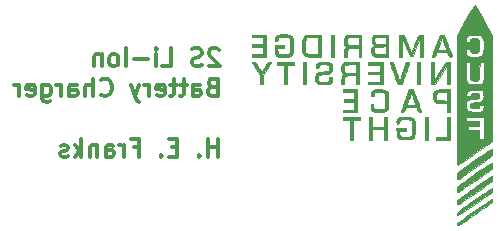
<source format=gbo>
G04 #@! TF.GenerationSoftware,KiCad,Pcbnew,(5.1.10)-1*
G04 #@! TF.CreationDate,2021-10-18T13:49:48+01:00*
G04 #@! TF.ProjectId,Battery,42617474-6572-4792-9e6b-696361645f70,1*
G04 #@! TF.SameCoordinates,Original*
G04 #@! TF.FileFunction,Legend,Bot*
G04 #@! TF.FilePolarity,Positive*
%FSLAX46Y46*%
G04 Gerber Fmt 4.6, Leading zero omitted, Abs format (unit mm)*
G04 Created by KiCad (PCBNEW (5.1.10)-1) date 2021-10-18 13:49:48*
%MOMM*%
%LPD*%
G01*
G04 APERTURE LIST*
%ADD10C,0.300000*%
%ADD11C,0.010000*%
%ADD12O,2.200000X1.700000*%
%ADD13C,1.700000*%
G04 APERTURE END LIST*
D10*
X143519285Y-103996428D02*
X143447857Y-103925000D01*
X143305000Y-103853571D01*
X142947857Y-103853571D01*
X142805000Y-103925000D01*
X142733571Y-103996428D01*
X142662142Y-104139285D01*
X142662142Y-104282142D01*
X142733571Y-104496428D01*
X143590714Y-105353571D01*
X142662142Y-105353571D01*
X142090714Y-105282142D02*
X141876428Y-105353571D01*
X141519285Y-105353571D01*
X141376428Y-105282142D01*
X141305000Y-105210714D01*
X141233571Y-105067857D01*
X141233571Y-104925000D01*
X141305000Y-104782142D01*
X141376428Y-104710714D01*
X141519285Y-104639285D01*
X141805000Y-104567857D01*
X141947857Y-104496428D01*
X142019285Y-104425000D01*
X142090714Y-104282142D01*
X142090714Y-104139285D01*
X142019285Y-103996428D01*
X141947857Y-103925000D01*
X141805000Y-103853571D01*
X141447857Y-103853571D01*
X141233571Y-103925000D01*
X138733571Y-105353571D02*
X139447857Y-105353571D01*
X139447857Y-103853571D01*
X138233571Y-105353571D02*
X138233571Y-104353571D01*
X138233571Y-103853571D02*
X138305000Y-103925000D01*
X138233571Y-103996428D01*
X138162142Y-103925000D01*
X138233571Y-103853571D01*
X138233571Y-103996428D01*
X137519285Y-104782142D02*
X136376428Y-104782142D01*
X135662142Y-105353571D02*
X135662142Y-103853571D01*
X134733571Y-105353571D02*
X134876428Y-105282142D01*
X134947857Y-105210714D01*
X135019285Y-105067857D01*
X135019285Y-104639285D01*
X134947857Y-104496428D01*
X134876428Y-104425000D01*
X134733571Y-104353571D01*
X134519285Y-104353571D01*
X134376428Y-104425000D01*
X134305000Y-104496428D01*
X134233571Y-104639285D01*
X134233571Y-105067857D01*
X134305000Y-105210714D01*
X134376428Y-105282142D01*
X134519285Y-105353571D01*
X134733571Y-105353571D01*
X133590714Y-104353571D02*
X133590714Y-105353571D01*
X133590714Y-104496428D02*
X133519285Y-104425000D01*
X133376428Y-104353571D01*
X133162142Y-104353571D01*
X133019285Y-104425000D01*
X132947857Y-104567857D01*
X132947857Y-105353571D01*
X142947857Y-107117857D02*
X142733571Y-107189285D01*
X142662142Y-107260714D01*
X142590714Y-107403571D01*
X142590714Y-107617857D01*
X142662142Y-107760714D01*
X142733571Y-107832142D01*
X142876428Y-107903571D01*
X143447857Y-107903571D01*
X143447857Y-106403571D01*
X142947857Y-106403571D01*
X142805000Y-106475000D01*
X142733571Y-106546428D01*
X142662142Y-106689285D01*
X142662142Y-106832142D01*
X142733571Y-106975000D01*
X142805000Y-107046428D01*
X142947857Y-107117857D01*
X143447857Y-107117857D01*
X141305000Y-107903571D02*
X141305000Y-107117857D01*
X141376428Y-106975000D01*
X141519285Y-106903571D01*
X141805000Y-106903571D01*
X141947857Y-106975000D01*
X141305000Y-107832142D02*
X141447857Y-107903571D01*
X141805000Y-107903571D01*
X141947857Y-107832142D01*
X142019285Y-107689285D01*
X142019285Y-107546428D01*
X141947857Y-107403571D01*
X141805000Y-107332142D01*
X141447857Y-107332142D01*
X141305000Y-107260714D01*
X140805000Y-106903571D02*
X140233571Y-106903571D01*
X140590714Y-106403571D02*
X140590714Y-107689285D01*
X140519285Y-107832142D01*
X140376428Y-107903571D01*
X140233571Y-107903571D01*
X139947857Y-106903571D02*
X139376428Y-106903571D01*
X139733571Y-106403571D02*
X139733571Y-107689285D01*
X139662142Y-107832142D01*
X139519285Y-107903571D01*
X139376428Y-107903571D01*
X138305000Y-107832142D02*
X138447857Y-107903571D01*
X138733571Y-107903571D01*
X138876428Y-107832142D01*
X138947857Y-107689285D01*
X138947857Y-107117857D01*
X138876428Y-106975000D01*
X138733571Y-106903571D01*
X138447857Y-106903571D01*
X138305000Y-106975000D01*
X138233571Y-107117857D01*
X138233571Y-107260714D01*
X138947857Y-107403571D01*
X137590714Y-107903571D02*
X137590714Y-106903571D01*
X137590714Y-107189285D02*
X137519285Y-107046428D01*
X137447857Y-106975000D01*
X137305000Y-106903571D01*
X137162142Y-106903571D01*
X136805000Y-106903571D02*
X136447857Y-107903571D01*
X136090714Y-106903571D02*
X136447857Y-107903571D01*
X136590714Y-108260714D01*
X136662142Y-108332142D01*
X136805000Y-108403571D01*
X133519285Y-107760714D02*
X133590714Y-107832142D01*
X133805000Y-107903571D01*
X133947857Y-107903571D01*
X134162142Y-107832142D01*
X134305000Y-107689285D01*
X134376428Y-107546428D01*
X134447857Y-107260714D01*
X134447857Y-107046428D01*
X134376428Y-106760714D01*
X134305000Y-106617857D01*
X134162142Y-106475000D01*
X133947857Y-106403571D01*
X133805000Y-106403571D01*
X133590714Y-106475000D01*
X133519285Y-106546428D01*
X132876428Y-107903571D02*
X132876428Y-106403571D01*
X132233571Y-107903571D02*
X132233571Y-107117857D01*
X132305000Y-106975000D01*
X132447857Y-106903571D01*
X132662142Y-106903571D01*
X132805000Y-106975000D01*
X132876428Y-107046428D01*
X130876428Y-107903571D02*
X130876428Y-107117857D01*
X130947857Y-106975000D01*
X131090714Y-106903571D01*
X131376428Y-106903571D01*
X131519285Y-106975000D01*
X130876428Y-107832142D02*
X131019285Y-107903571D01*
X131376428Y-107903571D01*
X131519285Y-107832142D01*
X131590714Y-107689285D01*
X131590714Y-107546428D01*
X131519285Y-107403571D01*
X131376428Y-107332142D01*
X131019285Y-107332142D01*
X130876428Y-107260714D01*
X130162142Y-107903571D02*
X130162142Y-106903571D01*
X130162142Y-107189285D02*
X130090714Y-107046428D01*
X130019285Y-106975000D01*
X129876428Y-106903571D01*
X129733571Y-106903571D01*
X128590714Y-106903571D02*
X128590714Y-108117857D01*
X128662142Y-108260714D01*
X128733571Y-108332142D01*
X128876428Y-108403571D01*
X129090714Y-108403571D01*
X129233571Y-108332142D01*
X128590714Y-107832142D02*
X128733571Y-107903571D01*
X129019285Y-107903571D01*
X129162142Y-107832142D01*
X129233571Y-107760714D01*
X129305000Y-107617857D01*
X129305000Y-107189285D01*
X129233571Y-107046428D01*
X129162142Y-106975000D01*
X129019285Y-106903571D01*
X128733571Y-106903571D01*
X128590714Y-106975000D01*
X127305000Y-107832142D02*
X127447857Y-107903571D01*
X127733571Y-107903571D01*
X127876428Y-107832142D01*
X127947857Y-107689285D01*
X127947857Y-107117857D01*
X127876428Y-106975000D01*
X127733571Y-106903571D01*
X127447857Y-106903571D01*
X127305000Y-106975000D01*
X127233571Y-107117857D01*
X127233571Y-107260714D01*
X127947857Y-107403571D01*
X126590714Y-107903571D02*
X126590714Y-106903571D01*
X126590714Y-107189285D02*
X126519285Y-107046428D01*
X126447857Y-106975000D01*
X126305000Y-106903571D01*
X126162142Y-106903571D01*
X143447857Y-113003571D02*
X143447857Y-111503571D01*
X143447857Y-112217857D02*
X142590714Y-112217857D01*
X142590714Y-113003571D02*
X142590714Y-111503571D01*
X141876428Y-112860714D02*
X141805000Y-112932142D01*
X141876428Y-113003571D01*
X141947857Y-112932142D01*
X141876428Y-112860714D01*
X141876428Y-113003571D01*
X140019285Y-112217857D02*
X139519285Y-112217857D01*
X139305000Y-113003571D02*
X140019285Y-113003571D01*
X140019285Y-111503571D01*
X139305000Y-111503571D01*
X138662142Y-112860714D02*
X138590714Y-112932142D01*
X138662142Y-113003571D01*
X138733571Y-112932142D01*
X138662142Y-112860714D01*
X138662142Y-113003571D01*
X136305000Y-112217857D02*
X136805000Y-112217857D01*
X136805000Y-113003571D02*
X136805000Y-111503571D01*
X136090714Y-111503571D01*
X135519285Y-113003571D02*
X135519285Y-112003571D01*
X135519285Y-112289285D02*
X135447857Y-112146428D01*
X135376428Y-112075000D01*
X135233571Y-112003571D01*
X135090714Y-112003571D01*
X133947857Y-113003571D02*
X133947857Y-112217857D01*
X134019285Y-112075000D01*
X134162142Y-112003571D01*
X134447857Y-112003571D01*
X134590714Y-112075000D01*
X133947857Y-112932142D02*
X134090714Y-113003571D01*
X134447857Y-113003571D01*
X134590714Y-112932142D01*
X134662142Y-112789285D01*
X134662142Y-112646428D01*
X134590714Y-112503571D01*
X134447857Y-112432142D01*
X134090714Y-112432142D01*
X133947857Y-112360714D01*
X133233571Y-112003571D02*
X133233571Y-113003571D01*
X133233571Y-112146428D02*
X133162142Y-112075000D01*
X133019285Y-112003571D01*
X132805000Y-112003571D01*
X132662142Y-112075000D01*
X132590714Y-112217857D01*
X132590714Y-113003571D01*
X131876428Y-113003571D02*
X131876428Y-111503571D01*
X131733571Y-112432142D02*
X131305000Y-113003571D01*
X131305000Y-112003571D02*
X131876428Y-112575000D01*
X130733571Y-112932142D02*
X130590714Y-113003571D01*
X130305000Y-113003571D01*
X130162142Y-112932142D01*
X130090714Y-112789285D01*
X130090714Y-112717857D01*
X130162142Y-112575000D01*
X130305000Y-112503571D01*
X130519285Y-112503571D01*
X130662142Y-112432142D01*
X130733571Y-112289285D01*
X130733571Y-112217857D01*
X130662142Y-112075000D01*
X130519285Y-112003571D01*
X130305000Y-112003571D01*
X130162142Y-112075000D01*
D11*
G36*
X146308250Y-102864250D02*
G01*
X147292500Y-102864250D01*
X147292500Y-103467500D01*
X146340000Y-103467500D01*
X146340000Y-103689750D01*
X147292500Y-103689750D01*
X147292500Y-104356500D01*
X146308250Y-104356500D01*
X146308250Y-104547000D01*
X147514750Y-104547000D01*
X147514750Y-102673750D01*
X146308250Y-102673750D01*
X146308250Y-102864250D01*
G37*
X146308250Y-102864250D02*
X147292500Y-102864250D01*
X147292500Y-103467500D01*
X146340000Y-103467500D01*
X146340000Y-103689750D01*
X147292500Y-103689750D01*
X147292500Y-104356500D01*
X146308250Y-104356500D01*
X146308250Y-104547000D01*
X147514750Y-104547000D01*
X147514750Y-102673750D01*
X146308250Y-102673750D01*
X146308250Y-102864250D01*
G36*
X151361218Y-102674263D02*
G01*
X151205441Y-102676521D01*
X151091381Y-102681600D01*
X151008151Y-102690578D01*
X150944861Y-102704531D01*
X150890621Y-102724536D01*
X150847290Y-102745187D01*
X150758528Y-102796563D01*
X150691445Y-102855429D01*
X150643111Y-102931052D01*
X150610593Y-103032701D01*
X150590961Y-103169642D01*
X150581283Y-103351143D01*
X150578627Y-103586471D01*
X150578625Y-103594500D01*
X150579159Y-103790609D01*
X150581691Y-103935252D01*
X150587621Y-104040455D01*
X150598347Y-104118250D01*
X150615268Y-104180664D01*
X150639784Y-104239728D01*
X150658000Y-104277125D01*
X150704502Y-104362471D01*
X150753651Y-104427708D01*
X150814359Y-104475515D01*
X150895536Y-104508574D01*
X151006092Y-104529564D01*
X151154939Y-104541166D01*
X151350986Y-104546061D01*
X151554938Y-104546950D01*
X152150250Y-104547000D01*
X152150250Y-104356500D01*
X151896250Y-104356500D01*
X151523188Y-104354707D01*
X151363665Y-104350766D01*
X151216829Y-104341452D01*
X151100511Y-104328228D01*
X151039000Y-104315020D01*
X150954046Y-104273726D01*
X150890950Y-104210313D01*
X150846979Y-104116454D01*
X150819398Y-103983826D01*
X150805473Y-103804103D01*
X150802359Y-103594500D01*
X150807134Y-103360677D01*
X150824786Y-103182601D01*
X150862560Y-103052768D01*
X150927699Y-102963676D01*
X151027447Y-102907820D01*
X151169047Y-102877698D01*
X151359743Y-102865807D01*
X151507313Y-102864299D01*
X151896250Y-102864250D01*
X151896250Y-104356500D01*
X152150250Y-104356500D01*
X152150250Y-102673750D01*
X151569603Y-102673750D01*
X151361218Y-102674263D01*
G37*
X151361218Y-102674263D02*
X151205441Y-102676521D01*
X151091381Y-102681600D01*
X151008151Y-102690578D01*
X150944861Y-102704531D01*
X150890621Y-102724536D01*
X150847290Y-102745187D01*
X150758528Y-102796563D01*
X150691445Y-102855429D01*
X150643111Y-102931052D01*
X150610593Y-103032701D01*
X150590961Y-103169642D01*
X150581283Y-103351143D01*
X150578627Y-103586471D01*
X150578625Y-103594500D01*
X150579159Y-103790609D01*
X150581691Y-103935252D01*
X150587621Y-104040455D01*
X150598347Y-104118250D01*
X150615268Y-104180664D01*
X150639784Y-104239728D01*
X150658000Y-104277125D01*
X150704502Y-104362471D01*
X150753651Y-104427708D01*
X150814359Y-104475515D01*
X150895536Y-104508574D01*
X151006092Y-104529564D01*
X151154939Y-104541166D01*
X151350986Y-104546061D01*
X151554938Y-104546950D01*
X152150250Y-104547000D01*
X152150250Y-104356500D01*
X151896250Y-104356500D01*
X151523188Y-104354707D01*
X151363665Y-104350766D01*
X151216829Y-104341452D01*
X151100511Y-104328228D01*
X151039000Y-104315020D01*
X150954046Y-104273726D01*
X150890950Y-104210313D01*
X150846979Y-104116454D01*
X150819398Y-103983826D01*
X150805473Y-103804103D01*
X150802359Y-103594500D01*
X150807134Y-103360677D01*
X150824786Y-103182601D01*
X150862560Y-103052768D01*
X150927699Y-102963676D01*
X151027447Y-102907820D01*
X151169047Y-102877698D01*
X151359743Y-102865807D01*
X151507313Y-102864299D01*
X151896250Y-102864250D01*
X151896250Y-104356500D01*
X152150250Y-104356500D01*
X152150250Y-102673750D01*
X151569603Y-102673750D01*
X151361218Y-102674263D01*
G36*
X153039250Y-104547000D02*
G01*
X153261500Y-104547000D01*
X153261500Y-102673750D01*
X153039250Y-102673750D01*
X153039250Y-104547000D01*
G37*
X153039250Y-104547000D02*
X153261500Y-104547000D01*
X153261500Y-102673750D01*
X153039250Y-102673750D01*
X153039250Y-104547000D01*
G36*
X154999813Y-102674218D02*
G01*
X154773810Y-102675423D01*
X154601736Y-102679970D01*
X154474038Y-102689876D01*
X154381158Y-102707157D01*
X154313540Y-102733829D01*
X154261629Y-102771911D01*
X154215869Y-102823417D01*
X154201186Y-102842765D01*
X154169090Y-102895154D01*
X154149124Y-102957705D01*
X154138604Y-103046293D01*
X154134842Y-103176794D01*
X154134625Y-103236207D01*
X154135365Y-103377293D01*
X154140122Y-103469843D01*
X154152706Y-103528823D01*
X154176928Y-103569196D01*
X154216598Y-103605927D01*
X154231912Y-103618337D01*
X154329199Y-103696666D01*
X154239850Y-103786016D01*
X154200056Y-103828718D01*
X154174266Y-103870831D01*
X154159448Y-103926786D01*
X154152569Y-104011015D01*
X154150596Y-104137950D01*
X154150500Y-104211182D01*
X154150500Y-104547000D01*
X154372750Y-104547000D01*
X154372750Y-104313612D01*
X154384263Y-104105897D01*
X154418710Y-103956359D01*
X154475956Y-103865493D01*
X154501003Y-103847829D01*
X154553992Y-103835904D01*
X154656042Y-103826097D01*
X154792727Y-103819387D01*
X154949618Y-103816756D01*
X154958038Y-103816750D01*
X155357000Y-103816750D01*
X155357000Y-104547000D01*
X155579250Y-104547000D01*
X155579250Y-102864250D01*
X155357000Y-102864250D01*
X155357000Y-103599419D01*
X154929167Y-103589022D01*
X154753803Y-103583882D01*
X154630309Y-103577226D01*
X154547054Y-103567239D01*
X154492409Y-103552105D01*
X154454743Y-103530009D01*
X154434645Y-103511846D01*
X154375898Y-103413040D01*
X154349053Y-103277430D01*
X154356957Y-103124673D01*
X154369981Y-103065036D01*
X154397279Y-102991377D01*
X154439768Y-102937908D01*
X154506820Y-102901547D01*
X154607813Y-102879212D01*
X154752120Y-102867821D01*
X154949118Y-102864292D01*
X154980738Y-102864250D01*
X155357000Y-102864250D01*
X155579250Y-102864250D01*
X155579250Y-102673750D01*
X154999813Y-102674218D01*
G37*
X154999813Y-102674218D02*
X154773810Y-102675423D01*
X154601736Y-102679970D01*
X154474038Y-102689876D01*
X154381158Y-102707157D01*
X154313540Y-102733829D01*
X154261629Y-102771911D01*
X154215869Y-102823417D01*
X154201186Y-102842765D01*
X154169090Y-102895154D01*
X154149124Y-102957705D01*
X154138604Y-103046293D01*
X154134842Y-103176794D01*
X154134625Y-103236207D01*
X154135365Y-103377293D01*
X154140122Y-103469843D01*
X154152706Y-103528823D01*
X154176928Y-103569196D01*
X154216598Y-103605927D01*
X154231912Y-103618337D01*
X154329199Y-103696666D01*
X154239850Y-103786016D01*
X154200056Y-103828718D01*
X154174266Y-103870831D01*
X154159448Y-103926786D01*
X154152569Y-104011015D01*
X154150596Y-104137950D01*
X154150500Y-104211182D01*
X154150500Y-104547000D01*
X154372750Y-104547000D01*
X154372750Y-104313612D01*
X154384263Y-104105897D01*
X154418710Y-103956359D01*
X154475956Y-103865493D01*
X154501003Y-103847829D01*
X154553992Y-103835904D01*
X154656042Y-103826097D01*
X154792727Y-103819387D01*
X154949618Y-103816756D01*
X154958038Y-103816750D01*
X155357000Y-103816750D01*
X155357000Y-104547000D01*
X155579250Y-104547000D01*
X155579250Y-102864250D01*
X155357000Y-102864250D01*
X155357000Y-103599419D01*
X154929167Y-103589022D01*
X154753803Y-103583882D01*
X154630309Y-103577226D01*
X154547054Y-103567239D01*
X154492409Y-103552105D01*
X154454743Y-103530009D01*
X154434645Y-103511846D01*
X154375898Y-103413040D01*
X154349053Y-103277430D01*
X154356957Y-103124673D01*
X154369981Y-103065036D01*
X154397279Y-102991377D01*
X154439768Y-102937908D01*
X154506820Y-102901547D01*
X154607813Y-102879212D01*
X154752120Y-102867821D01*
X154949118Y-102864292D01*
X154980738Y-102864250D01*
X155357000Y-102864250D01*
X155579250Y-102864250D01*
X155579250Y-102673750D01*
X154999813Y-102674218D01*
G36*
X157069339Y-102675445D02*
G01*
X156885322Y-102681927D01*
X156748365Y-102695286D01*
X156650276Y-102717614D01*
X156582862Y-102751002D01*
X156537932Y-102797542D01*
X156507294Y-102859324D01*
X156499978Y-102880192D01*
X156473132Y-103014714D01*
X156470128Y-103164916D01*
X156488795Y-103309739D01*
X156526963Y-103428123D01*
X156562005Y-103481782D01*
X156637005Y-103561616D01*
X156554926Y-103626179D01*
X156465758Y-103736274D01*
X156417888Y-103892072D01*
X156412286Y-104090226D01*
X156414066Y-104111989D01*
X156449892Y-104291370D01*
X156521929Y-104421801D01*
X156630061Y-104506844D01*
X156693298Y-104523479D01*
X156810921Y-104535498D01*
X156985701Y-104543069D01*
X157220414Y-104546360D01*
X157285813Y-104546531D01*
X157865250Y-104547000D01*
X157865250Y-104356500D01*
X157643000Y-104356500D01*
X157266738Y-104356500D01*
X157108344Y-104353633D01*
X156964341Y-104345855D01*
X156851761Y-104334396D01*
X156792112Y-104322210D01*
X156704675Y-104266671D01*
X156658268Y-104180412D01*
X156639720Y-104073308D01*
X156642850Y-103951845D01*
X156664613Y-103839453D01*
X156701967Y-103759561D01*
X156714650Y-103746335D01*
X156771387Y-103725932D01*
X156887638Y-103710274D01*
X157064872Y-103699203D01*
X157203323Y-103694642D01*
X157643000Y-103683660D01*
X157643000Y-104356500D01*
X157865250Y-104356500D01*
X157865250Y-103467500D01*
X157643000Y-103467500D01*
X157269938Y-103467066D01*
X157115896Y-103465350D01*
X156979914Y-103461020D01*
X156877662Y-103454751D01*
X156827435Y-103448010D01*
X156761472Y-103400498D01*
X156716114Y-103311040D01*
X156694309Y-103198686D01*
X156699007Y-103082486D01*
X156733158Y-102981491D01*
X156751123Y-102955079D01*
X156779636Y-102924346D01*
X156814563Y-102902968D01*
X156867610Y-102888847D01*
X156950480Y-102879884D01*
X157074876Y-102873980D01*
X157227373Y-102869664D01*
X157643000Y-102859203D01*
X157643000Y-103467500D01*
X157865250Y-103467500D01*
X157865250Y-102673750D01*
X157308606Y-102673750D01*
X157069339Y-102675445D01*
G37*
X157069339Y-102675445D02*
X156885322Y-102681927D01*
X156748365Y-102695286D01*
X156650276Y-102717614D01*
X156582862Y-102751002D01*
X156537932Y-102797542D01*
X156507294Y-102859324D01*
X156499978Y-102880192D01*
X156473132Y-103014714D01*
X156470128Y-103164916D01*
X156488795Y-103309739D01*
X156526963Y-103428123D01*
X156562005Y-103481782D01*
X156637005Y-103561616D01*
X156554926Y-103626179D01*
X156465758Y-103736274D01*
X156417888Y-103892072D01*
X156412286Y-104090226D01*
X156414066Y-104111989D01*
X156449892Y-104291370D01*
X156521929Y-104421801D01*
X156630061Y-104506844D01*
X156693298Y-104523479D01*
X156810921Y-104535498D01*
X156985701Y-104543069D01*
X157220414Y-104546360D01*
X157285813Y-104546531D01*
X157865250Y-104547000D01*
X157865250Y-104356500D01*
X157643000Y-104356500D01*
X157266738Y-104356500D01*
X157108344Y-104353633D01*
X156964341Y-104345855D01*
X156851761Y-104334396D01*
X156792112Y-104322210D01*
X156704675Y-104266671D01*
X156658268Y-104180412D01*
X156639720Y-104073308D01*
X156642850Y-103951845D01*
X156664613Y-103839453D01*
X156701967Y-103759561D01*
X156714650Y-103746335D01*
X156771387Y-103725932D01*
X156887638Y-103710274D01*
X157064872Y-103699203D01*
X157203323Y-103694642D01*
X157643000Y-103683660D01*
X157643000Y-104356500D01*
X157865250Y-104356500D01*
X157865250Y-103467500D01*
X157643000Y-103467500D01*
X157269938Y-103467066D01*
X157115896Y-103465350D01*
X156979914Y-103461020D01*
X156877662Y-103454751D01*
X156827435Y-103448010D01*
X156761472Y-103400498D01*
X156716114Y-103311040D01*
X156694309Y-103198686D01*
X156699007Y-103082486D01*
X156733158Y-102981491D01*
X156751123Y-102955079D01*
X156779636Y-102924346D01*
X156814563Y-102902968D01*
X156867610Y-102888847D01*
X156950480Y-102879884D01*
X157074876Y-102873980D01*
X157227373Y-102869664D01*
X157643000Y-102859203D01*
X157643000Y-103467500D01*
X157865250Y-103467500D01*
X157865250Y-102673750D01*
X157308606Y-102673750D01*
X157069339Y-102675445D01*
G36*
X158754250Y-104547000D02*
G01*
X159007160Y-104547000D01*
X159015643Y-103754708D01*
X159024125Y-102962416D01*
X159346683Y-103746770D01*
X159669240Y-104531125D01*
X159936656Y-104531125D01*
X160258266Y-103753250D01*
X160579875Y-102975375D01*
X160588368Y-103761187D01*
X160596860Y-104547000D01*
X160849750Y-104547000D01*
X160849750Y-102673750D01*
X160443351Y-102673750D01*
X160334212Y-102935687D01*
X160283449Y-103058206D01*
X160215985Y-103222012D01*
X160139024Y-103409567D01*
X160059768Y-103603330D01*
X160021474Y-103697197D01*
X159953401Y-103861465D01*
X159892568Y-104003074D01*
X159843278Y-104112415D01*
X159809833Y-104179883D01*
X159797505Y-104197259D01*
X159774616Y-104171147D01*
X159758030Y-104126312D01*
X159740783Y-104077266D01*
X159702892Y-103978886D01*
X159648064Y-103840482D01*
X159580005Y-103671365D01*
X159502421Y-103480846D01*
X159457833Y-103372250D01*
X159176739Y-102689625D01*
X158965495Y-102680236D01*
X158754250Y-102670848D01*
X158754250Y-104547000D01*
G37*
X158754250Y-104547000D02*
X159007160Y-104547000D01*
X159015643Y-103754708D01*
X159024125Y-102962416D01*
X159346683Y-103746770D01*
X159669240Y-104531125D01*
X159936656Y-104531125D01*
X160258266Y-103753250D01*
X160579875Y-102975375D01*
X160588368Y-103761187D01*
X160596860Y-104547000D01*
X160849750Y-104547000D01*
X160849750Y-102673750D01*
X160443351Y-102673750D01*
X160334212Y-102935687D01*
X160283449Y-103058206D01*
X160215985Y-103222012D01*
X160139024Y-103409567D01*
X160059768Y-103603330D01*
X160021474Y-103697197D01*
X159953401Y-103861465D01*
X159892568Y-104003074D01*
X159843278Y-104112415D01*
X159809833Y-104179883D01*
X159797505Y-104197259D01*
X159774616Y-104171147D01*
X159758030Y-104126312D01*
X159740783Y-104077266D01*
X159702892Y-103978886D01*
X159648064Y-103840482D01*
X159580005Y-103671365D01*
X159502421Y-103480846D01*
X159457833Y-103372250D01*
X159176739Y-102689625D01*
X158965495Y-102680236D01*
X158754250Y-102670848D01*
X158754250Y-104547000D01*
G36*
X161919118Y-103585151D02*
G01*
X161834875Y-103812904D01*
X161758260Y-104021484D01*
X161691963Y-104203456D01*
X161638672Y-104351385D01*
X161601074Y-104457837D01*
X161581859Y-104515377D01*
X161579917Y-104523187D01*
X161608120Y-104538233D01*
X161678297Y-104546470D01*
X161704355Y-104547000D01*
X161773869Y-104544345D01*
X161816833Y-104526936D01*
X161847616Y-104480604D01*
X161880589Y-104391181D01*
X161889524Y-104364437D01*
X161950339Y-104181875D01*
X162877729Y-104164325D01*
X162947494Y-104355662D01*
X162986904Y-104459065D01*
X163018735Y-104516302D01*
X163056720Y-104541024D01*
X163114594Y-104546880D01*
X163140005Y-104547000D01*
X163217967Y-104541312D01*
X163260246Y-104527162D01*
X163262750Y-104522175D01*
X163252271Y-104487194D01*
X163222610Y-104400106D01*
X163176430Y-104268426D01*
X163116395Y-104099672D01*
X163071799Y-103975500D01*
X162810092Y-103975500D01*
X162433171Y-103975500D01*
X162286941Y-103973377D01*
X162167154Y-103967597D01*
X162086146Y-103959041D01*
X162056251Y-103948591D01*
X162056250Y-103948551D01*
X162066497Y-103911128D01*
X162094887Y-103824364D01*
X162137892Y-103698606D01*
X162191987Y-103544202D01*
X162239562Y-103410676D01*
X162422873Y-102899749D01*
X162616482Y-103437624D01*
X162810092Y-103975500D01*
X163071799Y-103975500D01*
X163045171Y-103901360D01*
X162965420Y-103681005D01*
X162933591Y-103593488D01*
X162604432Y-102689625D01*
X162431417Y-102680276D01*
X162258402Y-102670928D01*
X161919118Y-103585151D01*
G37*
X161919118Y-103585151D02*
X161834875Y-103812904D01*
X161758260Y-104021484D01*
X161691963Y-104203456D01*
X161638672Y-104351385D01*
X161601074Y-104457837D01*
X161581859Y-104515377D01*
X161579917Y-104523187D01*
X161608120Y-104538233D01*
X161678297Y-104546470D01*
X161704355Y-104547000D01*
X161773869Y-104544345D01*
X161816833Y-104526936D01*
X161847616Y-104480604D01*
X161880589Y-104391181D01*
X161889524Y-104364437D01*
X161950339Y-104181875D01*
X162877729Y-104164325D01*
X162947494Y-104355662D01*
X162986904Y-104459065D01*
X163018735Y-104516302D01*
X163056720Y-104541024D01*
X163114594Y-104546880D01*
X163140005Y-104547000D01*
X163217967Y-104541312D01*
X163260246Y-104527162D01*
X163262750Y-104522175D01*
X163252271Y-104487194D01*
X163222610Y-104400106D01*
X163176430Y-104268426D01*
X163116395Y-104099672D01*
X163071799Y-103975500D01*
X162810092Y-103975500D01*
X162433171Y-103975500D01*
X162286941Y-103973377D01*
X162167154Y-103967597D01*
X162086146Y-103959041D01*
X162056251Y-103948591D01*
X162056250Y-103948551D01*
X162066497Y-103911128D01*
X162094887Y-103824364D01*
X162137892Y-103698606D01*
X162191987Y-103544202D01*
X162239562Y-103410676D01*
X162422873Y-102899749D01*
X162616482Y-103437624D01*
X162810092Y-103975500D01*
X163071799Y-103975500D01*
X163045171Y-103901360D01*
X162965420Y-103681005D01*
X162933591Y-103593488D01*
X162604432Y-102689625D01*
X162431417Y-102680276D01*
X162258402Y-102670928D01*
X161919118Y-103585151D01*
G36*
X148777699Y-102660850D02*
G01*
X148617633Y-102670928D01*
X148500937Y-102691298D01*
X148417619Y-102724942D01*
X148357687Y-102774846D01*
X148311150Y-102843992D01*
X148300612Y-102864286D01*
X148263852Y-102971832D01*
X148245516Y-103092054D01*
X148245050Y-103110312D01*
X148245000Y-103245250D01*
X148372000Y-103245250D01*
X148453294Y-103242084D01*
X148489417Y-103220951D01*
X148498698Y-103164400D01*
X148499000Y-103124318D01*
X148503984Y-103029608D01*
X148525245Y-102962773D01*
X148572253Y-102918568D01*
X148654474Y-102891750D01*
X148781376Y-102877076D01*
X148959307Y-102869392D01*
X149161552Y-102867199D01*
X149310206Y-102875799D01*
X149414641Y-102897777D01*
X149484234Y-102935717D01*
X149528357Y-102992201D01*
X149544690Y-103030736D01*
X149558386Y-103104530D01*
X149568418Y-103226955D01*
X149574797Y-103383249D01*
X149577534Y-103558650D01*
X149576642Y-103738394D01*
X149572130Y-103907721D01*
X149564012Y-104051866D01*
X149552299Y-104156069D01*
X149543778Y-104192628D01*
X149505503Y-104260070D01*
X149439623Y-104307733D01*
X149337939Y-104337747D01*
X149192252Y-104352240D01*
X148994365Y-104353342D01*
X148931518Y-104351639D01*
X148774862Y-104345062D01*
X148669452Y-104335834D01*
X148603035Y-104321725D01*
X148563359Y-104300509D01*
X148545856Y-104281511D01*
X148517540Y-104216862D01*
X148493370Y-104118460D01*
X148476810Y-104009546D01*
X148471327Y-103913361D01*
X148480386Y-103853147D01*
X148481641Y-103850901D01*
X148522925Y-103834235D01*
X148615817Y-103822492D01*
X148748527Y-103816994D01*
X148786624Y-103816750D01*
X149070500Y-103816750D01*
X149070500Y-103594500D01*
X148236844Y-103594500D01*
X148251335Y-103935812D01*
X148265485Y-104139674D01*
X148290498Y-104289884D01*
X148329998Y-104395878D01*
X148387613Y-104467091D01*
X148466969Y-104512957D01*
X148474223Y-104515761D01*
X148555300Y-104533913D01*
X148682798Y-104548732D01*
X148839697Y-104559609D01*
X149008975Y-104565939D01*
X149173613Y-104567113D01*
X149316590Y-104562525D01*
X149420886Y-104551567D01*
X149429745Y-104549847D01*
X149535454Y-104515488D01*
X149629773Y-104465866D01*
X149636120Y-104461318D01*
X149694575Y-104408404D01*
X149739038Y-104341828D01*
X149771317Y-104252802D01*
X149793225Y-104132538D01*
X149806570Y-103972249D01*
X149813164Y-103763147D01*
X149814696Y-103594500D01*
X149814706Y-103388773D01*
X149812439Y-103235538D01*
X149806902Y-103123797D01*
X149797104Y-103042555D01*
X149782053Y-102980816D01*
X149760757Y-102927584D01*
X149753125Y-102911875D01*
X149698443Y-102821864D01*
X149630724Y-102755241D01*
X149540292Y-102708783D01*
X149417469Y-102679267D01*
X149252580Y-102663469D01*
X149035948Y-102658167D01*
X148991125Y-102658079D01*
X148777699Y-102660850D01*
G37*
X148777699Y-102660850D02*
X148617633Y-102670928D01*
X148500937Y-102691298D01*
X148417619Y-102724942D01*
X148357687Y-102774846D01*
X148311150Y-102843992D01*
X148300612Y-102864286D01*
X148263852Y-102971832D01*
X148245516Y-103092054D01*
X148245050Y-103110312D01*
X148245000Y-103245250D01*
X148372000Y-103245250D01*
X148453294Y-103242084D01*
X148489417Y-103220951D01*
X148498698Y-103164400D01*
X148499000Y-103124318D01*
X148503984Y-103029608D01*
X148525245Y-102962773D01*
X148572253Y-102918568D01*
X148654474Y-102891750D01*
X148781376Y-102877076D01*
X148959307Y-102869392D01*
X149161552Y-102867199D01*
X149310206Y-102875799D01*
X149414641Y-102897777D01*
X149484234Y-102935717D01*
X149528357Y-102992201D01*
X149544690Y-103030736D01*
X149558386Y-103104530D01*
X149568418Y-103226955D01*
X149574797Y-103383249D01*
X149577534Y-103558650D01*
X149576642Y-103738394D01*
X149572130Y-103907721D01*
X149564012Y-104051866D01*
X149552299Y-104156069D01*
X149543778Y-104192628D01*
X149505503Y-104260070D01*
X149439623Y-104307733D01*
X149337939Y-104337747D01*
X149192252Y-104352240D01*
X148994365Y-104353342D01*
X148931518Y-104351639D01*
X148774862Y-104345062D01*
X148669452Y-104335834D01*
X148603035Y-104321725D01*
X148563359Y-104300509D01*
X148545856Y-104281511D01*
X148517540Y-104216862D01*
X148493370Y-104118460D01*
X148476810Y-104009546D01*
X148471327Y-103913361D01*
X148480386Y-103853147D01*
X148481641Y-103850901D01*
X148522925Y-103834235D01*
X148615817Y-103822492D01*
X148748527Y-103816994D01*
X148786624Y-103816750D01*
X149070500Y-103816750D01*
X149070500Y-103594500D01*
X148236844Y-103594500D01*
X148251335Y-103935812D01*
X148265485Y-104139674D01*
X148290498Y-104289884D01*
X148329998Y-104395878D01*
X148387613Y-104467091D01*
X148466969Y-104512957D01*
X148474223Y-104515761D01*
X148555300Y-104533913D01*
X148682798Y-104548732D01*
X148839697Y-104559609D01*
X149008975Y-104565939D01*
X149173613Y-104567113D01*
X149316590Y-104562525D01*
X149420886Y-104551567D01*
X149429745Y-104549847D01*
X149535454Y-104515488D01*
X149629773Y-104465866D01*
X149636120Y-104461318D01*
X149694575Y-104408404D01*
X149739038Y-104341828D01*
X149771317Y-104252802D01*
X149793225Y-104132538D01*
X149806570Y-103972249D01*
X149813164Y-103763147D01*
X149814696Y-103594500D01*
X149814706Y-103388773D01*
X149812439Y-103235538D01*
X149806902Y-103123797D01*
X149797104Y-103042555D01*
X149782053Y-102980816D01*
X149760757Y-102927584D01*
X149753125Y-102911875D01*
X149698443Y-102821864D01*
X149630724Y-102755241D01*
X149540292Y-102708783D01*
X149417469Y-102679267D01*
X149252580Y-102663469D01*
X149035948Y-102658167D01*
X148991125Y-102658079D01*
X148777699Y-102660850D01*
G36*
X147825347Y-104991477D02*
G01*
X147819868Y-104991500D01*
X147678252Y-104991500D01*
X147415877Y-105404250D01*
X147324429Y-105546351D01*
X147244502Y-105667234D01*
X147182340Y-105757716D01*
X147144185Y-105808613D01*
X147135689Y-105816407D01*
X147113460Y-105790713D01*
X147064534Y-105720522D01*
X146995365Y-105615498D01*
X146912404Y-105485305D01*
X146879750Y-105433084D01*
X146791273Y-105292819D01*
X146712179Y-105171023D01*
X146649604Y-105078423D01*
X146610686Y-105025750D01*
X146604284Y-105018986D01*
X146550690Y-105001265D01*
X146463866Y-104996177D01*
X146438191Y-104997497D01*
X146309438Y-105007375D01*
X146673249Y-105563000D01*
X147037059Y-106118625D01*
X147037780Y-106507562D01*
X147038500Y-106896500D01*
X147260750Y-106896500D01*
X147260750Y-106114840D01*
X147581040Y-105609371D01*
X147707481Y-105410321D01*
X147803265Y-105258959D01*
X147870893Y-105148819D01*
X147912863Y-105073434D01*
X147931675Y-105026336D01*
X147929830Y-105001059D01*
X147909828Y-104991135D01*
X147874167Y-104990097D01*
X147825347Y-104991477D01*
G37*
X147825347Y-104991477D02*
X147819868Y-104991500D01*
X147678252Y-104991500D01*
X147415877Y-105404250D01*
X147324429Y-105546351D01*
X147244502Y-105667234D01*
X147182340Y-105757716D01*
X147144185Y-105808613D01*
X147135689Y-105816407D01*
X147113460Y-105790713D01*
X147064534Y-105720522D01*
X146995365Y-105615498D01*
X146912404Y-105485305D01*
X146879750Y-105433084D01*
X146791273Y-105292819D01*
X146712179Y-105171023D01*
X146649604Y-105078423D01*
X146610686Y-105025750D01*
X146604284Y-105018986D01*
X146550690Y-105001265D01*
X146463866Y-104996177D01*
X146438191Y-104997497D01*
X146309438Y-105007375D01*
X146673249Y-105563000D01*
X147037059Y-106118625D01*
X147037780Y-106507562D01*
X147038500Y-106896500D01*
X147260750Y-106896500D01*
X147260750Y-106114840D01*
X147581040Y-105609371D01*
X147707481Y-105410321D01*
X147803265Y-105258959D01*
X147870893Y-105148819D01*
X147912863Y-105073434D01*
X147931675Y-105026336D01*
X147929830Y-105001059D01*
X147909828Y-104991135D01*
X147874167Y-104990097D01*
X147825347Y-104991477D01*
G36*
X148467250Y-105213750D02*
G01*
X149070500Y-105213750D01*
X149070500Y-106896500D01*
X149324500Y-106896500D01*
X149324500Y-105213750D01*
X149927750Y-105213750D01*
X149927750Y-104991500D01*
X148467250Y-104991500D01*
X148467250Y-105213750D01*
G37*
X148467250Y-105213750D02*
X149070500Y-105213750D01*
X149070500Y-106896500D01*
X149324500Y-106896500D01*
X149324500Y-105213750D01*
X149927750Y-105213750D01*
X149927750Y-104991500D01*
X148467250Y-104991500D01*
X148467250Y-105213750D01*
G36*
X150658000Y-106896500D02*
G01*
X150912000Y-106896500D01*
X150912000Y-104991500D01*
X150658000Y-104991500D01*
X150658000Y-106896500D01*
G37*
X150658000Y-106896500D02*
X150912000Y-106896500D01*
X150912000Y-104991500D01*
X150658000Y-104991500D01*
X150658000Y-106896500D01*
G36*
X152196957Y-104985725D02*
G01*
X152028504Y-105004331D01*
X151906628Y-105041390D01*
X151823191Y-105101612D01*
X151770053Y-105189707D01*
X151739077Y-105310388D01*
X151729779Y-105380437D01*
X151713551Y-105531250D01*
X151830553Y-105531250D01*
X151904671Y-105526806D01*
X151944033Y-105501919D01*
X151967578Y-105439252D01*
X151977465Y-105396788D01*
X152006434Y-105306188D01*
X152052943Y-105244493D01*
X152127488Y-105207244D01*
X152240567Y-105189982D01*
X152402678Y-105188249D01*
X152463953Y-105190146D01*
X152635508Y-105202106D01*
X152753395Y-105227719D01*
X152827097Y-105273968D01*
X152866095Y-105347838D01*
X152879869Y-105456310D01*
X152880500Y-105496949D01*
X152874107Y-105609117D01*
X152847789Y-105685364D01*
X152790840Y-105734599D01*
X152692554Y-105765733D01*
X152542225Y-105787675D01*
X152529465Y-105789099D01*
X152303388Y-105814784D01*
X152131693Y-105836670D01*
X152005523Y-105856723D01*
X151916022Y-105876913D01*
X151854334Y-105899206D01*
X151811602Y-105925570D01*
X151781209Y-105955354D01*
X151727178Y-106056766D01*
X151694785Y-106200426D01*
X151686389Y-106368079D01*
X151704347Y-106541470D01*
X151705024Y-106545042D01*
X151744345Y-106688748D01*
X151803360Y-106783340D01*
X151892912Y-106842587D01*
X151956573Y-106864394D01*
X152052055Y-106880244D01*
X152189818Y-106889939D01*
X152351898Y-106893662D01*
X152520333Y-106891597D01*
X152677159Y-106883926D01*
X152804414Y-106870832D01*
X152877527Y-106855020D01*
X152992341Y-106789918D01*
X153069779Y-106684273D01*
X153114716Y-106530535D01*
X153122371Y-106475812D01*
X153143243Y-106293250D01*
X152880500Y-106293250D01*
X152880500Y-106416732D01*
X152861120Y-106535417D01*
X152819786Y-106615170D01*
X152789374Y-106647893D01*
X152752850Y-106669395D01*
X152697240Y-106682012D01*
X152609567Y-106688081D01*
X152476854Y-106689939D01*
X152404151Y-106690025D01*
X152248505Y-106689152D01*
X152143379Y-106685077D01*
X152075801Y-106675458D01*
X152032796Y-106657957D01*
X152001391Y-106630233D01*
X151988615Y-106615070D01*
X151949906Y-106532819D01*
X151929149Y-106418899D01*
X151926848Y-106296519D01*
X151943506Y-106188889D01*
X151977893Y-106120892D01*
X151998330Y-106098698D01*
X152014421Y-106083574D01*
X152037678Y-106073367D01*
X152079611Y-106065928D01*
X152151730Y-106059104D01*
X152265546Y-106050744D01*
X152408001Y-106040507D01*
X152635338Y-106017875D01*
X152807091Y-105984136D01*
X152930922Y-105933850D01*
X153014493Y-105861574D01*
X153065468Y-105761865D01*
X153091508Y-105629282D01*
X153097480Y-105550816D01*
X153097258Y-105364280D01*
X153071102Y-105221748D01*
X153012638Y-105117857D01*
X152915494Y-105047244D01*
X152773297Y-105004548D01*
X152579673Y-104984405D01*
X152420125Y-104980860D01*
X152196957Y-104985725D01*
G37*
X152196957Y-104985725D02*
X152028504Y-105004331D01*
X151906628Y-105041390D01*
X151823191Y-105101612D01*
X151770053Y-105189707D01*
X151739077Y-105310388D01*
X151729779Y-105380437D01*
X151713551Y-105531250D01*
X151830553Y-105531250D01*
X151904671Y-105526806D01*
X151944033Y-105501919D01*
X151967578Y-105439252D01*
X151977465Y-105396788D01*
X152006434Y-105306188D01*
X152052943Y-105244493D01*
X152127488Y-105207244D01*
X152240567Y-105189982D01*
X152402678Y-105188249D01*
X152463953Y-105190146D01*
X152635508Y-105202106D01*
X152753395Y-105227719D01*
X152827097Y-105273968D01*
X152866095Y-105347838D01*
X152879869Y-105456310D01*
X152880500Y-105496949D01*
X152874107Y-105609117D01*
X152847789Y-105685364D01*
X152790840Y-105734599D01*
X152692554Y-105765733D01*
X152542225Y-105787675D01*
X152529465Y-105789099D01*
X152303388Y-105814784D01*
X152131693Y-105836670D01*
X152005523Y-105856723D01*
X151916022Y-105876913D01*
X151854334Y-105899206D01*
X151811602Y-105925570D01*
X151781209Y-105955354D01*
X151727178Y-106056766D01*
X151694785Y-106200426D01*
X151686389Y-106368079D01*
X151704347Y-106541470D01*
X151705024Y-106545042D01*
X151744345Y-106688748D01*
X151803360Y-106783340D01*
X151892912Y-106842587D01*
X151956573Y-106864394D01*
X152052055Y-106880244D01*
X152189818Y-106889939D01*
X152351898Y-106893662D01*
X152520333Y-106891597D01*
X152677159Y-106883926D01*
X152804414Y-106870832D01*
X152877527Y-106855020D01*
X152992341Y-106789918D01*
X153069779Y-106684273D01*
X153114716Y-106530535D01*
X153122371Y-106475812D01*
X153143243Y-106293250D01*
X152880500Y-106293250D01*
X152880500Y-106416732D01*
X152861120Y-106535417D01*
X152819786Y-106615170D01*
X152789374Y-106647893D01*
X152752850Y-106669395D01*
X152697240Y-106682012D01*
X152609567Y-106688081D01*
X152476854Y-106689939D01*
X152404151Y-106690025D01*
X152248505Y-106689152D01*
X152143379Y-106685077D01*
X152075801Y-106675458D01*
X152032796Y-106657957D01*
X152001391Y-106630233D01*
X151988615Y-106615070D01*
X151949906Y-106532819D01*
X151929149Y-106418899D01*
X151926848Y-106296519D01*
X151943506Y-106188889D01*
X151977893Y-106120892D01*
X151998330Y-106098698D01*
X152014421Y-106083574D01*
X152037678Y-106073367D01*
X152079611Y-106065928D01*
X152151730Y-106059104D01*
X152265546Y-106050744D01*
X152408001Y-106040507D01*
X152635338Y-106017875D01*
X152807091Y-105984136D01*
X152930922Y-105933850D01*
X153014493Y-105861574D01*
X153065468Y-105761865D01*
X153091508Y-105629282D01*
X153097480Y-105550816D01*
X153097258Y-105364280D01*
X153071102Y-105221748D01*
X153012638Y-105117857D01*
X152915494Y-105047244D01*
X152773297Y-105004548D01*
X152579673Y-104984405D01*
X152420125Y-104980860D01*
X152196957Y-104985725D01*
G36*
X154534815Y-104994686D02*
G01*
X154324304Y-105006913D01*
X154163875Y-105032183D01*
X154046921Y-105074500D01*
X153966833Y-105137864D01*
X153917002Y-105226279D01*
X153890820Y-105343748D01*
X153881679Y-105494273D01*
X153881273Y-105549160D01*
X153892699Y-105738253D01*
X153928287Y-105873920D01*
X153990487Y-105962407D01*
X154059169Y-106002736D01*
X154099984Y-106021847D01*
X154090799Y-106041565D01*
X154042962Y-106069080D01*
X153980226Y-106119606D01*
X153936927Y-106199025D01*
X153910445Y-106316832D01*
X153898158Y-106482523D01*
X153896500Y-106599612D01*
X153896500Y-106896500D01*
X154150500Y-106896500D01*
X154150500Y-106593431D01*
X154151793Y-106450077D01*
X154157754Y-106354931D01*
X154171506Y-106292724D01*
X154196174Y-106248183D01*
X154228432Y-106212431D01*
X154264148Y-106180028D01*
X154302966Y-106158121D01*
X154357399Y-106144662D01*
X154439958Y-106137605D01*
X154563153Y-106134903D01*
X154704682Y-106134500D01*
X155103000Y-106134500D01*
X155103000Y-106896500D01*
X155357000Y-106896500D01*
X155357000Y-105912250D01*
X155103000Y-105912250D01*
X154688807Y-105912250D01*
X154518899Y-105911663D01*
X154400313Y-105908617D01*
X154320871Y-105901185D01*
X154268397Y-105887437D01*
X154230714Y-105865445D01*
X154196682Y-105834318D01*
X154152365Y-105780181D01*
X154128674Y-105716728D01*
X154119638Y-105622535D01*
X154118750Y-105554636D01*
X154125425Y-105431872D01*
X154143148Y-105335872D01*
X154160320Y-105296037D01*
X154226417Y-105248203D01*
X154346463Y-105213844D01*
X154523147Y-105192480D01*
X154759161Y-105183634D01*
X154793438Y-105183382D01*
X155103000Y-105182000D01*
X155103000Y-105912250D01*
X155357000Y-105912250D01*
X155357000Y-104991500D01*
X154802018Y-104991500D01*
X154534815Y-104994686D01*
G37*
X154534815Y-104994686D02*
X154324304Y-105006913D01*
X154163875Y-105032183D01*
X154046921Y-105074500D01*
X153966833Y-105137864D01*
X153917002Y-105226279D01*
X153890820Y-105343748D01*
X153881679Y-105494273D01*
X153881273Y-105549160D01*
X153892699Y-105738253D01*
X153928287Y-105873920D01*
X153990487Y-105962407D01*
X154059169Y-106002736D01*
X154099984Y-106021847D01*
X154090799Y-106041565D01*
X154042962Y-106069080D01*
X153980226Y-106119606D01*
X153936927Y-106199025D01*
X153910445Y-106316832D01*
X153898158Y-106482523D01*
X153896500Y-106599612D01*
X153896500Y-106896500D01*
X154150500Y-106896500D01*
X154150500Y-106593431D01*
X154151793Y-106450077D01*
X154157754Y-106354931D01*
X154171506Y-106292724D01*
X154196174Y-106248183D01*
X154228432Y-106212431D01*
X154264148Y-106180028D01*
X154302966Y-106158121D01*
X154357399Y-106144662D01*
X154439958Y-106137605D01*
X154563153Y-106134903D01*
X154704682Y-106134500D01*
X155103000Y-106134500D01*
X155103000Y-106896500D01*
X155357000Y-106896500D01*
X155357000Y-105912250D01*
X155103000Y-105912250D01*
X154688807Y-105912250D01*
X154518899Y-105911663D01*
X154400313Y-105908617D01*
X154320871Y-105901185D01*
X154268397Y-105887437D01*
X154230714Y-105865445D01*
X154196682Y-105834318D01*
X154152365Y-105780181D01*
X154128674Y-105716728D01*
X154119638Y-105622535D01*
X154118750Y-105554636D01*
X154125425Y-105431872D01*
X154143148Y-105335872D01*
X154160320Y-105296037D01*
X154226417Y-105248203D01*
X154346463Y-105213844D01*
X154523147Y-105192480D01*
X154759161Y-105183634D01*
X154793438Y-105183382D01*
X155103000Y-105182000D01*
X155103000Y-105912250D01*
X155357000Y-105912250D01*
X155357000Y-104991500D01*
X154802018Y-104991500D01*
X154534815Y-104994686D01*
G36*
X156150750Y-105213750D02*
G01*
X157135000Y-105213750D01*
X157135000Y-105817000D01*
X156182500Y-105817000D01*
X156182500Y-106007500D01*
X157135000Y-106007500D01*
X157135000Y-106674250D01*
X156150750Y-106674250D01*
X156150750Y-106896500D01*
X157389000Y-106896500D01*
X157389000Y-104991500D01*
X156150750Y-104991500D01*
X156150750Y-105213750D01*
G37*
X156150750Y-105213750D02*
X157135000Y-105213750D01*
X157135000Y-105817000D01*
X156182500Y-105817000D01*
X156182500Y-106007500D01*
X157135000Y-106007500D01*
X157135000Y-106674250D01*
X156150750Y-106674250D01*
X156150750Y-106896500D01*
X157389000Y-106896500D01*
X157389000Y-104991500D01*
X156150750Y-104991500D01*
X156150750Y-105213750D01*
G36*
X159115792Y-105798402D02*
G01*
X159040893Y-106010508D01*
X158972353Y-106200644D01*
X158913012Y-106361249D01*
X158865708Y-106484763D01*
X158833282Y-106563626D01*
X158818574Y-106590276D01*
X158818410Y-106590166D01*
X158804284Y-106557287D01*
X158772320Y-106472459D01*
X158725429Y-106343744D01*
X158666522Y-106179207D01*
X158598512Y-105986912D01*
X158529979Y-105791201D01*
X158256763Y-105007375D01*
X158124507Y-104997611D01*
X158043156Y-104994036D01*
X157996548Y-104996694D01*
X157992250Y-104999257D01*
X158002383Y-105031230D01*
X158030665Y-105114034D01*
X158073923Y-105238685D01*
X158128985Y-105396202D01*
X158192678Y-105577602D01*
X158261829Y-105773901D01*
X158333264Y-105976119D01*
X158403812Y-106175271D01*
X158470298Y-106362376D01*
X158529551Y-106528451D01*
X158578397Y-106664513D01*
X158613663Y-106761580D01*
X158631574Y-106809187D01*
X158660087Y-106862485D01*
X158702984Y-106888241D01*
X158781158Y-106896152D01*
X158819729Y-106896500D01*
X158912452Y-106891423D01*
X158975512Y-106878519D01*
X158989219Y-106869857D01*
X159005148Y-106831719D01*
X159038495Y-106743239D01*
X159086069Y-106613430D01*
X159144683Y-106451301D01*
X159211146Y-106265866D01*
X159282271Y-106066135D01*
X159354867Y-105861120D01*
X159425745Y-105659832D01*
X159491717Y-105471284D01*
X159549594Y-105304487D01*
X159596185Y-105168451D01*
X159628303Y-105072190D01*
X159642757Y-105024713D01*
X159643250Y-105021746D01*
X159615145Y-105002532D01*
X159545213Y-104992115D01*
X159520604Y-104991500D01*
X159397958Y-104991500D01*
X159115792Y-105798402D01*
G37*
X159115792Y-105798402D02*
X159040893Y-106010508D01*
X158972353Y-106200644D01*
X158913012Y-106361249D01*
X158865708Y-106484763D01*
X158833282Y-106563626D01*
X158818574Y-106590276D01*
X158818410Y-106590166D01*
X158804284Y-106557287D01*
X158772320Y-106472459D01*
X158725429Y-106343744D01*
X158666522Y-106179207D01*
X158598512Y-105986912D01*
X158529979Y-105791201D01*
X158256763Y-105007375D01*
X158124507Y-104997611D01*
X158043156Y-104994036D01*
X157996548Y-104996694D01*
X157992250Y-104999257D01*
X158002383Y-105031230D01*
X158030665Y-105114034D01*
X158073923Y-105238685D01*
X158128985Y-105396202D01*
X158192678Y-105577602D01*
X158261829Y-105773901D01*
X158333264Y-105976119D01*
X158403812Y-106175271D01*
X158470298Y-106362376D01*
X158529551Y-106528451D01*
X158578397Y-106664513D01*
X158613663Y-106761580D01*
X158631574Y-106809187D01*
X158660087Y-106862485D01*
X158702984Y-106888241D01*
X158781158Y-106896152D01*
X158819729Y-106896500D01*
X158912452Y-106891423D01*
X158975512Y-106878519D01*
X158989219Y-106869857D01*
X159005148Y-106831719D01*
X159038495Y-106743239D01*
X159086069Y-106613430D01*
X159144683Y-106451301D01*
X159211146Y-106265866D01*
X159282271Y-106066135D01*
X159354867Y-105861120D01*
X159425745Y-105659832D01*
X159491717Y-105471284D01*
X159549594Y-105304487D01*
X159596185Y-105168451D01*
X159628303Y-105072190D01*
X159642757Y-105024713D01*
X159643250Y-105021746D01*
X159615145Y-105002532D01*
X159545213Y-104992115D01*
X159520604Y-104991500D01*
X159397958Y-104991500D01*
X159115792Y-105798402D01*
G36*
X160341750Y-106896500D02*
G01*
X160595750Y-106896500D01*
X160595750Y-104991500D01*
X160341750Y-104991500D01*
X160341750Y-106896500D01*
G37*
X160341750Y-106896500D02*
X160595750Y-106896500D01*
X160595750Y-104991500D01*
X160341750Y-104991500D01*
X160341750Y-106896500D01*
G36*
X162243591Y-105793187D02*
G01*
X161754625Y-106594875D01*
X161746143Y-105793187D01*
X161737660Y-104991500D01*
X161484750Y-104991500D01*
X161484750Y-106896500D01*
X161857669Y-106896500D01*
X162361772Y-106073544D01*
X162865875Y-105250589D01*
X162874340Y-106073544D01*
X162882805Y-106896500D01*
X163104000Y-106896500D01*
X163104000Y-104991500D01*
X162918278Y-104991500D01*
X162732556Y-104991499D01*
X162243591Y-105793187D01*
G37*
X162243591Y-105793187D02*
X161754625Y-106594875D01*
X161746143Y-105793187D01*
X161737660Y-104991500D01*
X161484750Y-104991500D01*
X161484750Y-106896500D01*
X161857669Y-106896500D01*
X162361772Y-106073544D01*
X162865875Y-105250589D01*
X162874340Y-106073544D01*
X162882805Y-106896500D01*
X163104000Y-106896500D01*
X163104000Y-104991500D01*
X162918278Y-104991500D01*
X162732556Y-104991499D01*
X162243591Y-105793187D01*
G36*
X154023500Y-107531500D02*
G01*
X155007750Y-107531500D01*
X155007750Y-108134750D01*
X154087000Y-108134750D01*
X154087000Y-108357000D01*
X155007750Y-108357000D01*
X155007750Y-109023750D01*
X154023500Y-109023750D01*
X154023500Y-109214250D01*
X155261750Y-109214250D01*
X155261750Y-107309250D01*
X154023500Y-107309250D01*
X154023500Y-107531500D01*
G37*
X154023500Y-107531500D02*
X155007750Y-107531500D01*
X155007750Y-108134750D01*
X154087000Y-108134750D01*
X154087000Y-108357000D01*
X155007750Y-108357000D01*
X155007750Y-109023750D01*
X154023500Y-109023750D01*
X154023500Y-109214250D01*
X155261750Y-109214250D01*
X155261750Y-107309250D01*
X154023500Y-107309250D01*
X154023500Y-107531500D01*
G36*
X159316113Y-108204662D02*
G01*
X159231189Y-108432432D01*
X159152704Y-108642775D01*
X159083603Y-108827811D01*
X159026831Y-108979658D01*
X158985334Y-109090434D01*
X158962057Y-109152259D01*
X158958821Y-109160717D01*
X158952137Y-109196152D01*
X158978433Y-109210601D01*
X159051356Y-109209793D01*
X159072232Y-109208342D01*
X159147998Y-109200160D01*
X159194809Y-109179740D01*
X159228118Y-109132269D01*
X159263377Y-109042932D01*
X159273064Y-109015812D01*
X159338062Y-108833250D01*
X160272959Y-108833250D01*
X160333635Y-109015812D01*
X160369143Y-109116781D01*
X160400144Y-109172289D01*
X160441663Y-109197299D01*
X160508725Y-109206772D01*
X160526781Y-109208138D01*
X160607645Y-109208702D01*
X160653450Y-109198523D01*
X160657450Y-109192263D01*
X160646399Y-109157165D01*
X160615956Y-109069963D01*
X160568803Y-108938091D01*
X160507624Y-108768985D01*
X160447127Y-108603062D01*
X160175966Y-108603062D01*
X160166836Y-108620502D01*
X160120143Y-108632351D01*
X160028364Y-108639405D01*
X159883976Y-108642464D01*
X159802000Y-108642750D01*
X159632396Y-108641211D01*
X159518690Y-108636059D01*
X159453341Y-108626492D01*
X159428809Y-108611708D01*
X159429106Y-108603062D01*
X159444660Y-108560611D01*
X159477686Y-108469831D01*
X159524051Y-108342103D01*
X159579621Y-108188810D01*
X159610701Y-108103000D01*
X159669700Y-107942341D01*
X159722462Y-107802910D01*
X159764732Y-107695637D01*
X159792248Y-107631452D01*
X159799407Y-107618629D01*
X159812437Y-107628173D01*
X159837002Y-107676121D01*
X159874510Y-107766156D01*
X159926370Y-107901959D01*
X159993991Y-108087215D01*
X160078781Y-108325606D01*
X160175966Y-108603062D01*
X160447127Y-108603062D01*
X160435100Y-108570079D01*
X160353914Y-108348809D01*
X160315990Y-108245875D01*
X159976330Y-107325125D01*
X159650982Y-107306199D01*
X159316113Y-108204662D01*
G37*
X159316113Y-108204662D02*
X159231189Y-108432432D01*
X159152704Y-108642775D01*
X159083603Y-108827811D01*
X159026831Y-108979658D01*
X158985334Y-109090434D01*
X158962057Y-109152259D01*
X158958821Y-109160717D01*
X158952137Y-109196152D01*
X158978433Y-109210601D01*
X159051356Y-109209793D01*
X159072232Y-109208342D01*
X159147998Y-109200160D01*
X159194809Y-109179740D01*
X159228118Y-109132269D01*
X159263377Y-109042932D01*
X159273064Y-109015812D01*
X159338062Y-108833250D01*
X160272959Y-108833250D01*
X160333635Y-109015812D01*
X160369143Y-109116781D01*
X160400144Y-109172289D01*
X160441663Y-109197299D01*
X160508725Y-109206772D01*
X160526781Y-109208138D01*
X160607645Y-109208702D01*
X160653450Y-109198523D01*
X160657450Y-109192263D01*
X160646399Y-109157165D01*
X160615956Y-109069963D01*
X160568803Y-108938091D01*
X160507624Y-108768985D01*
X160447127Y-108603062D01*
X160175966Y-108603062D01*
X160166836Y-108620502D01*
X160120143Y-108632351D01*
X160028364Y-108639405D01*
X159883976Y-108642464D01*
X159802000Y-108642750D01*
X159632396Y-108641211D01*
X159518690Y-108636059D01*
X159453341Y-108626492D01*
X159428809Y-108611708D01*
X159429106Y-108603062D01*
X159444660Y-108560611D01*
X159477686Y-108469831D01*
X159524051Y-108342103D01*
X159579621Y-108188810D01*
X159610701Y-108103000D01*
X159669700Y-107942341D01*
X159722462Y-107802910D01*
X159764732Y-107695637D01*
X159792248Y-107631452D01*
X159799407Y-107618629D01*
X159812437Y-107628173D01*
X159837002Y-107676121D01*
X159874510Y-107766156D01*
X159926370Y-107901959D01*
X159993991Y-108087215D01*
X160078781Y-108325606D01*
X160175966Y-108603062D01*
X160447127Y-108603062D01*
X160435100Y-108570079D01*
X160353914Y-108348809D01*
X160315990Y-108245875D01*
X159976330Y-107325125D01*
X159650982Y-107306199D01*
X159316113Y-108204662D01*
G36*
X162540438Y-107315104D02*
G01*
X162285666Y-107323651D01*
X162087352Y-107339388D01*
X161938501Y-107367105D01*
X161832115Y-107411592D01*
X161761199Y-107477640D01*
X161718756Y-107570039D01*
X161697790Y-107693579D01*
X161691305Y-107853050D01*
X161691125Y-107896625D01*
X161696704Y-108076184D01*
X161718355Y-108213730D01*
X161763452Y-108315071D01*
X161839368Y-108386017D01*
X161953478Y-108432375D01*
X162113154Y-108459954D01*
X162325769Y-108474562D01*
X162429313Y-108478132D01*
X162881750Y-108491061D01*
X162881750Y-109214250D01*
X163104000Y-109214250D01*
X163104000Y-107531500D01*
X162881750Y-107531500D01*
X162881750Y-108266669D01*
X162454622Y-108256272D01*
X162259292Y-108248715D01*
X162112776Y-108237020D01*
X162020445Y-108221738D01*
X161990451Y-108208741D01*
X161947852Y-108130689D01*
X161924616Y-108015016D01*
X161920079Y-107881552D01*
X161933576Y-107750128D01*
X161964442Y-107640575D01*
X162011756Y-107572909D01*
X162066512Y-107552997D01*
X162170214Y-107539813D01*
X162328155Y-107532883D01*
X162475069Y-107531500D01*
X162881750Y-107531500D01*
X163104000Y-107531500D01*
X163104000Y-107302169D01*
X162540438Y-107315104D01*
G37*
X162540438Y-107315104D02*
X162285666Y-107323651D01*
X162087352Y-107339388D01*
X161938501Y-107367105D01*
X161832115Y-107411592D01*
X161761199Y-107477640D01*
X161718756Y-107570039D01*
X161697790Y-107693579D01*
X161691305Y-107853050D01*
X161691125Y-107896625D01*
X161696704Y-108076184D01*
X161718355Y-108213730D01*
X161763452Y-108315071D01*
X161839368Y-108386017D01*
X161953478Y-108432375D01*
X162113154Y-108459954D01*
X162325769Y-108474562D01*
X162429313Y-108478132D01*
X162881750Y-108491061D01*
X162881750Y-109214250D01*
X163104000Y-109214250D01*
X163104000Y-107531500D01*
X162881750Y-107531500D01*
X162881750Y-108266669D01*
X162454622Y-108256272D01*
X162259292Y-108248715D01*
X162112776Y-108237020D01*
X162020445Y-108221738D01*
X161990451Y-108208741D01*
X161947852Y-108130689D01*
X161924616Y-108015016D01*
X161920079Y-107881552D01*
X161933576Y-107750128D01*
X161964442Y-107640575D01*
X162011756Y-107572909D01*
X162066512Y-107552997D01*
X162170214Y-107539813D01*
X162328155Y-107532883D01*
X162475069Y-107531500D01*
X162881750Y-107531500D01*
X163104000Y-107531500D01*
X163104000Y-107302169D01*
X162540438Y-107315104D01*
G36*
X156824329Y-107316182D02*
G01*
X156665161Y-107340889D01*
X156550961Y-107389240D01*
X156473026Y-107467100D01*
X156422652Y-107580338D01*
X156391138Y-107734820D01*
X156389619Y-107745812D01*
X156367042Y-107912500D01*
X156618742Y-107912500D01*
X156635523Y-107763618D01*
X156659811Y-107649909D01*
X156710320Y-107577551D01*
X156800350Y-107534177D01*
X156905469Y-107512676D01*
X157022242Y-107505372D01*
X157161624Y-107511530D01*
X157305469Y-107528526D01*
X157435634Y-107553737D01*
X157533973Y-107584541D01*
X157575766Y-107609574D01*
X157594392Y-107636655D01*
X157607976Y-107681003D01*
X157617243Y-107751653D01*
X157622921Y-107857639D01*
X157625736Y-108007996D01*
X157626413Y-108211757D01*
X157626387Y-108239237D01*
X157623991Y-108487679D01*
X157617421Y-108675182D01*
X157606526Y-108804181D01*
X157591160Y-108877109D01*
X157586943Y-108886269D01*
X157520848Y-108953394D01*
X157408497Y-108997052D01*
X157245288Y-109018312D01*
X157026614Y-109018245D01*
X157019982Y-109017961D01*
X156854644Y-109006931D01*
X156741786Y-108986053D01*
X156670438Y-108948032D01*
X156629631Y-108885571D01*
X156608396Y-108791374D01*
X156602653Y-108740370D01*
X156591440Y-108645639D01*
X156573362Y-108597995D01*
X156536111Y-108581259D01*
X156480086Y-108579250D01*
X156373000Y-108579250D01*
X156373000Y-108749137D01*
X156385416Y-108927276D01*
X156424880Y-109054312D01*
X156494717Y-109138044D01*
X156552802Y-109170834D01*
X156641010Y-109193717D01*
X156774805Y-109212112D01*
X156936382Y-109225192D01*
X157107933Y-109232128D01*
X157271651Y-109232094D01*
X157409730Y-109224261D01*
X157480432Y-109213944D01*
X157597436Y-109183917D01*
X157689255Y-109144351D01*
X157758900Y-109087790D01*
X157809380Y-109006778D01*
X157843706Y-108893860D01*
X157864886Y-108741578D01*
X157875930Y-108542478D01*
X157879848Y-108289102D01*
X157880055Y-108223920D01*
X157881125Y-107598715D01*
X157773294Y-107487367D01*
X157688756Y-107416825D01*
X157585680Y-107366373D01*
X157453207Y-107333383D01*
X157280477Y-107315227D01*
X157056630Y-107309277D01*
X157037168Y-107309250D01*
X156824329Y-107316182D01*
G37*
X156824329Y-107316182D02*
X156665161Y-107340889D01*
X156550961Y-107389240D01*
X156473026Y-107467100D01*
X156422652Y-107580338D01*
X156391138Y-107734820D01*
X156389619Y-107745812D01*
X156367042Y-107912500D01*
X156618742Y-107912500D01*
X156635523Y-107763618D01*
X156659811Y-107649909D01*
X156710320Y-107577551D01*
X156800350Y-107534177D01*
X156905469Y-107512676D01*
X157022242Y-107505372D01*
X157161624Y-107511530D01*
X157305469Y-107528526D01*
X157435634Y-107553737D01*
X157533973Y-107584541D01*
X157575766Y-107609574D01*
X157594392Y-107636655D01*
X157607976Y-107681003D01*
X157617243Y-107751653D01*
X157622921Y-107857639D01*
X157625736Y-108007996D01*
X157626413Y-108211757D01*
X157626387Y-108239237D01*
X157623991Y-108487679D01*
X157617421Y-108675182D01*
X157606526Y-108804181D01*
X157591160Y-108877109D01*
X157586943Y-108886269D01*
X157520848Y-108953394D01*
X157408497Y-108997052D01*
X157245288Y-109018312D01*
X157026614Y-109018245D01*
X157019982Y-109017961D01*
X156854644Y-109006931D01*
X156741786Y-108986053D01*
X156670438Y-108948032D01*
X156629631Y-108885571D01*
X156608396Y-108791374D01*
X156602653Y-108740370D01*
X156591440Y-108645639D01*
X156573362Y-108597995D01*
X156536111Y-108581259D01*
X156480086Y-108579250D01*
X156373000Y-108579250D01*
X156373000Y-108749137D01*
X156385416Y-108927276D01*
X156424880Y-109054312D01*
X156494717Y-109138044D01*
X156552802Y-109170834D01*
X156641010Y-109193717D01*
X156774805Y-109212112D01*
X156936382Y-109225192D01*
X157107933Y-109232128D01*
X157271651Y-109232094D01*
X157409730Y-109224261D01*
X157480432Y-109213944D01*
X157597436Y-109183917D01*
X157689255Y-109144351D01*
X157758900Y-109087790D01*
X157809380Y-109006778D01*
X157843706Y-108893860D01*
X157864886Y-108741578D01*
X157875930Y-108542478D01*
X157879848Y-108289102D01*
X157880055Y-108223920D01*
X157881125Y-107598715D01*
X157773294Y-107487367D01*
X157688756Y-107416825D01*
X157585680Y-107366373D01*
X157453207Y-107333383D01*
X157280477Y-107315227D01*
X157056630Y-107309277D01*
X157037168Y-107309250D01*
X156824329Y-107316182D01*
G36*
X154055250Y-109881000D02*
G01*
X154658500Y-109881000D01*
X154658500Y-111563750D01*
X154880750Y-111563750D01*
X154880750Y-109881000D01*
X155484000Y-109881000D01*
X155484000Y-109658750D01*
X154055250Y-109658750D01*
X154055250Y-109881000D01*
G37*
X154055250Y-109881000D02*
X154658500Y-109881000D01*
X154658500Y-111563750D01*
X154880750Y-111563750D01*
X154880750Y-109881000D01*
X155484000Y-109881000D01*
X155484000Y-109658750D01*
X154055250Y-109658750D01*
X154055250Y-109881000D01*
G36*
X157516000Y-110484250D02*
G01*
X156468250Y-110484250D01*
X156468250Y-109658750D01*
X156214250Y-109658750D01*
X156214250Y-111563750D01*
X156468250Y-111563750D01*
X156468250Y-110674750D01*
X157516000Y-110674750D01*
X157516000Y-111563750D01*
X157770000Y-111563750D01*
X157770000Y-109658750D01*
X157516000Y-109658750D01*
X157516000Y-110484250D01*
G37*
X157516000Y-110484250D02*
X156468250Y-110484250D01*
X156468250Y-109658750D01*
X156214250Y-109658750D01*
X156214250Y-111563750D01*
X156468250Y-111563750D01*
X156468250Y-110674750D01*
X157516000Y-110674750D01*
X157516000Y-111563750D01*
X157770000Y-111563750D01*
X157770000Y-109658750D01*
X157516000Y-109658750D01*
X157516000Y-110484250D01*
G36*
X159088113Y-109646351D02*
G01*
X158920475Y-109658423D01*
X158797883Y-109681555D01*
X158711256Y-109718214D01*
X158651516Y-109770864D01*
X158614280Y-109831739D01*
X158582186Y-109932824D01*
X158564781Y-110052737D01*
X158563750Y-110084235D01*
X158566090Y-110173273D01*
X158581364Y-110215903D01*
X158621958Y-110229219D01*
X158669554Y-110230250D01*
X158734094Y-110225892D01*
X158769873Y-110201827D01*
X158791711Y-110141565D01*
X158804492Y-110080129D01*
X158827410Y-109991569D01*
X158862838Y-109928675D01*
X158920578Y-109887530D01*
X159010432Y-109864217D01*
X159142203Y-109854820D01*
X159325693Y-109855420D01*
X159364643Y-109856280D01*
X159530091Y-109860415D01*
X159655862Y-109869111D01*
X159747390Y-109890136D01*
X159810104Y-109931257D01*
X159849436Y-110000243D01*
X159870818Y-110104863D01*
X159879680Y-110252886D01*
X159881454Y-110452079D01*
X159881375Y-110595375D01*
X159880993Y-110802571D01*
X159879188Y-110955837D01*
X159874972Y-111064743D01*
X159867356Y-111138856D01*
X159855354Y-111187745D01*
X159837975Y-111220979D01*
X159814234Y-111248127D01*
X159813939Y-111248422D01*
X159734314Y-111294129D01*
X159609995Y-111327365D01*
X159457374Y-111347749D01*
X159292843Y-111354901D01*
X159132794Y-111348437D01*
X158993619Y-111327977D01*
X158891711Y-111293138D01*
X158860271Y-111270627D01*
X158828072Y-111206750D01*
X158803523Y-111094747D01*
X158794147Y-111011547D01*
X158777307Y-110801750D01*
X159389250Y-110801750D01*
X159389250Y-110579500D01*
X158555760Y-110579500D01*
X158569752Y-110945055D01*
X158581455Y-111140928D01*
X158602627Y-111283713D01*
X158638299Y-111383669D01*
X158693503Y-111451051D01*
X158773268Y-111496118D01*
X158852475Y-111521507D01*
X158951479Y-111537968D01*
X159093946Y-111549576D01*
X159260515Y-111556056D01*
X159431825Y-111557134D01*
X159588517Y-111552537D01*
X159711230Y-111541992D01*
X159754375Y-111534263D01*
X159861356Y-111503501D01*
X159944152Y-111463863D01*
X160006013Y-111407324D01*
X160050192Y-111325862D01*
X160079939Y-111211455D01*
X160098505Y-111056077D01*
X160109142Y-110851708D01*
X160114147Y-110646409D01*
X160116807Y-110392893D01*
X160113113Y-110194446D01*
X160100898Y-110042778D01*
X160077992Y-109929595D01*
X160042227Y-109846607D01*
X159991434Y-109785521D01*
X159923446Y-109738045D01*
X159869458Y-109710766D01*
X159798387Y-109681818D01*
X159723674Y-109662322D01*
X159630758Y-109650513D01*
X159505080Y-109644624D01*
X159332078Y-109642888D01*
X159309875Y-109642875D01*
X159088113Y-109646351D01*
G37*
X159088113Y-109646351D02*
X158920475Y-109658423D01*
X158797883Y-109681555D01*
X158711256Y-109718214D01*
X158651516Y-109770864D01*
X158614280Y-109831739D01*
X158582186Y-109932824D01*
X158564781Y-110052737D01*
X158563750Y-110084235D01*
X158566090Y-110173273D01*
X158581364Y-110215903D01*
X158621958Y-110229219D01*
X158669554Y-110230250D01*
X158734094Y-110225892D01*
X158769873Y-110201827D01*
X158791711Y-110141565D01*
X158804492Y-110080129D01*
X158827410Y-109991569D01*
X158862838Y-109928675D01*
X158920578Y-109887530D01*
X159010432Y-109864217D01*
X159142203Y-109854820D01*
X159325693Y-109855420D01*
X159364643Y-109856280D01*
X159530091Y-109860415D01*
X159655862Y-109869111D01*
X159747390Y-109890136D01*
X159810104Y-109931257D01*
X159849436Y-110000243D01*
X159870818Y-110104863D01*
X159879680Y-110252886D01*
X159881454Y-110452079D01*
X159881375Y-110595375D01*
X159880993Y-110802571D01*
X159879188Y-110955837D01*
X159874972Y-111064743D01*
X159867356Y-111138856D01*
X159855354Y-111187745D01*
X159837975Y-111220979D01*
X159814234Y-111248127D01*
X159813939Y-111248422D01*
X159734314Y-111294129D01*
X159609995Y-111327365D01*
X159457374Y-111347749D01*
X159292843Y-111354901D01*
X159132794Y-111348437D01*
X158993619Y-111327977D01*
X158891711Y-111293138D01*
X158860271Y-111270627D01*
X158828072Y-111206750D01*
X158803523Y-111094747D01*
X158794147Y-111011547D01*
X158777307Y-110801750D01*
X159389250Y-110801750D01*
X159389250Y-110579500D01*
X158555760Y-110579500D01*
X158569752Y-110945055D01*
X158581455Y-111140928D01*
X158602627Y-111283713D01*
X158638299Y-111383669D01*
X158693503Y-111451051D01*
X158773268Y-111496118D01*
X158852475Y-111521507D01*
X158951479Y-111537968D01*
X159093946Y-111549576D01*
X159260515Y-111556056D01*
X159431825Y-111557134D01*
X159588517Y-111552537D01*
X159711230Y-111541992D01*
X159754375Y-111534263D01*
X159861356Y-111503501D01*
X159944152Y-111463863D01*
X160006013Y-111407324D01*
X160050192Y-111325862D01*
X160079939Y-111211455D01*
X160098505Y-111056077D01*
X160109142Y-110851708D01*
X160114147Y-110646409D01*
X160116807Y-110392893D01*
X160113113Y-110194446D01*
X160100898Y-110042778D01*
X160077992Y-109929595D01*
X160042227Y-109846607D01*
X159991434Y-109785521D01*
X159923446Y-109738045D01*
X159869458Y-109710766D01*
X159798387Y-109681818D01*
X159723674Y-109662322D01*
X159630758Y-109650513D01*
X159505080Y-109644624D01*
X159332078Y-109642888D01*
X159309875Y-109642875D01*
X159088113Y-109646351D01*
G36*
X160945000Y-111563750D02*
G01*
X161199000Y-111563750D01*
X161199000Y-109658750D01*
X160945000Y-109658750D01*
X160945000Y-111563750D01*
G37*
X160945000Y-111563750D02*
X161199000Y-111563750D01*
X161199000Y-109658750D01*
X160945000Y-109658750D01*
X160945000Y-111563750D01*
G36*
X162881750Y-111309750D02*
G01*
X161897500Y-111309750D01*
X161897500Y-111563750D01*
X163104000Y-111563750D01*
X163104000Y-109658750D01*
X162881750Y-109658750D01*
X162881750Y-111309750D01*
G37*
X162881750Y-111309750D02*
X161897500Y-111309750D01*
X161897500Y-111563750D01*
X163104000Y-111563750D01*
X163104000Y-109658750D01*
X162881750Y-109658750D01*
X162881750Y-111309750D01*
G36*
X165145802Y-100218264D02*
G01*
X165096605Y-100282676D01*
X165023792Y-100392539D01*
X164926090Y-100549908D01*
X164802227Y-100756836D01*
X164650930Y-101015378D01*
X164470928Y-101327586D01*
X164452505Y-101359735D01*
X164307939Y-101613144D01*
X164171522Y-101854239D01*
X164046912Y-102076407D01*
X163937771Y-102273035D01*
X163847757Y-102437512D01*
X163780531Y-102563225D01*
X163739754Y-102643563D01*
X163730972Y-102663240D01*
X163723909Y-102683729D01*
X163717479Y-102709665D01*
X163711657Y-102743911D01*
X163706420Y-102789331D01*
X163701742Y-102848789D01*
X163697600Y-102925149D01*
X163693968Y-103021275D01*
X163690823Y-103140030D01*
X163688139Y-103284278D01*
X163685894Y-103456883D01*
X163684061Y-103660709D01*
X163682616Y-103898619D01*
X163681536Y-104173477D01*
X163680795Y-104488148D01*
X163680369Y-104845494D01*
X163680234Y-105248380D01*
X163680365Y-105699670D01*
X163680738Y-106202226D01*
X163681329Y-106758914D01*
X163682112Y-107372597D01*
X163683063Y-108046138D01*
X163683347Y-108239692D01*
X163691375Y-113675125D01*
X163770750Y-113680748D01*
X163806360Y-113670566D01*
X163873722Y-113635935D01*
X163975491Y-113575112D01*
X164114320Y-113486350D01*
X164292863Y-113367908D01*
X164513774Y-113218039D01*
X164779708Y-113035000D01*
X165093318Y-112817046D01*
X165228804Y-112722426D01*
X165492515Y-112537512D01*
X165740669Y-112362478D01*
X165968342Y-112200868D01*
X166170607Y-112056229D01*
X166342538Y-111932105D01*
X166479210Y-111832042D01*
X166575696Y-111759585D01*
X166627071Y-111718280D01*
X166634066Y-111710979D01*
X166637143Y-111674153D01*
X166640003Y-111577453D01*
X166642634Y-111424506D01*
X166645019Y-111218938D01*
X166647145Y-110964376D01*
X166648997Y-110664446D01*
X166650559Y-110322774D01*
X166651818Y-109942986D01*
X166652463Y-109658750D01*
X165961500Y-109658750D01*
X165961500Y-111532000D01*
X165580500Y-111532000D01*
X165580500Y-110770000D01*
X164596250Y-110770000D01*
X164596250Y-110452500D01*
X165580500Y-110452500D01*
X165580500Y-109976250D01*
X164437500Y-109976250D01*
X164437500Y-109658750D01*
X165961500Y-109658750D01*
X166652463Y-109658750D01*
X166652759Y-109528709D01*
X166653367Y-109083569D01*
X166653628Y-108611193D01*
X166653628Y-108611000D01*
X165969681Y-108611000D01*
X165947964Y-108774715D01*
X165928744Y-108872431D01*
X165899317Y-108973895D01*
X165866405Y-109060141D01*
X165836733Y-109112205D01*
X165825748Y-109119478D01*
X165794560Y-109129760D01*
X165724650Y-109155027D01*
X165691625Y-109167252D01*
X165596225Y-109188699D01*
X165457406Y-109202384D01*
X165291472Y-109208577D01*
X165114730Y-109207549D01*
X164943484Y-109199568D01*
X164794039Y-109184907D01*
X164682701Y-109163835D01*
X164644165Y-109149886D01*
X164560667Y-109086192D01*
X164501290Y-109007585D01*
X164473794Y-108915178D01*
X164457645Y-108783701D01*
X164452942Y-108634768D01*
X164459788Y-108489990D01*
X164478284Y-108370979D01*
X164498040Y-108314906D01*
X164554630Y-108248568D01*
X164649744Y-108195948D01*
X164790063Y-108154905D01*
X164982268Y-108123296D01*
X165150870Y-108105671D01*
X165315382Y-108089047D01*
X165427138Y-108071663D01*
X165496864Y-108051144D01*
X165535283Y-108025113D01*
X165539808Y-108019513D01*
X165575348Y-107924497D01*
X165573126Y-107810035D01*
X165534799Y-107706463D01*
X165521717Y-107688190D01*
X165485461Y-107651764D01*
X165438715Y-107629736D01*
X165365516Y-107618380D01*
X165249901Y-107613965D01*
X165201529Y-107613412D01*
X165044414Y-107618445D01*
X164940332Y-107640136D01*
X164879856Y-107683692D01*
X164853560Y-107754319D01*
X164850250Y-107807443D01*
X164845452Y-107847846D01*
X164821253Y-107869830D01*
X164762953Y-107878947D01*
X164656145Y-107880750D01*
X164462040Y-107880750D01*
X164483995Y-107729937D01*
X164514361Y-107592277D01*
X164565256Y-107488679D01*
X164644555Y-107414810D01*
X164760138Y-107366336D01*
X164919883Y-107338925D01*
X165131667Y-107328244D01*
X165215375Y-107327652D01*
X165451022Y-107334971D01*
X165631169Y-107359929D01*
X165762534Y-107407448D01*
X165851830Y-107482450D01*
X165905772Y-107589858D01*
X165931077Y-107734592D01*
X165935353Y-107855376D01*
X165927724Y-108027630D01*
X165899482Y-108156636D01*
X165842597Y-108249737D01*
X165749040Y-108314272D01*
X165610781Y-108357581D01*
X165419789Y-108387006D01*
X165345284Y-108394779D01*
X165155935Y-108414202D01*
X165020029Y-108432102D01*
X164927673Y-108451488D01*
X164868970Y-108475368D01*
X164834026Y-108506752D01*
X164812948Y-108548648D01*
X164809837Y-108557616D01*
X164795130Y-108652072D01*
X164800919Y-108755930D01*
X164801120Y-108757014D01*
X164827284Y-108833500D01*
X164878703Y-108884278D01*
X164965899Y-108913879D01*
X165099393Y-108926831D01*
X165199500Y-108928500D01*
X165360099Y-108923830D01*
X165468795Y-108906266D01*
X165536731Y-108870471D01*
X165575052Y-108811113D01*
X165592296Y-108740479D01*
X165613001Y-108611000D01*
X165969681Y-108611000D01*
X166653628Y-108611000D01*
X166653526Y-108115206D01*
X166653048Y-107599235D01*
X166652387Y-107176551D01*
X166648394Y-105007375D01*
X165945625Y-105007375D01*
X165945625Y-105769375D01*
X165945251Y-106011903D01*
X165943709Y-106199760D01*
X165940367Y-106341774D01*
X165934595Y-106446771D01*
X165925764Y-106523579D01*
X165913241Y-106581023D01*
X165896398Y-106627932D01*
X165882125Y-106658375D01*
X165817702Y-106751813D01*
X165726416Y-106818906D01*
X165600050Y-106862218D01*
X165430384Y-106884314D01*
X165209198Y-106887759D01*
X165151875Y-106886239D01*
X164943942Y-106873861D01*
X164784464Y-106852322D01*
X164685672Y-106824694D01*
X164619734Y-106793038D01*
X164567547Y-106756104D01*
X164527389Y-106706455D01*
X164497542Y-106636658D01*
X164476286Y-106539277D01*
X164461902Y-106406878D01*
X164452669Y-106232025D01*
X164446868Y-106007285D01*
X164443426Y-105777312D01*
X164433476Y-104991500D01*
X164782458Y-104991500D01*
X164792542Y-105724605D01*
X164795918Y-105958586D01*
X164799366Y-106137340D01*
X164803771Y-106269136D01*
X164810018Y-106362241D01*
X164818994Y-106424924D01*
X164831585Y-106465452D01*
X164848676Y-106492095D01*
X164871153Y-106513118D01*
X164877580Y-106518355D01*
X164933652Y-106551606D01*
X165010660Y-106570490D01*
X165125745Y-106578260D01*
X165196950Y-106579000D01*
X165307436Y-106579296D01*
X165393223Y-106575431D01*
X165457602Y-106560271D01*
X165503867Y-106526683D01*
X165535312Y-106467534D01*
X165555228Y-106375691D01*
X165566909Y-106244020D01*
X165573648Y-106065389D01*
X165578737Y-105832665D01*
X165580500Y-105748176D01*
X165596375Y-105007375D01*
X165945625Y-105007375D01*
X166648394Y-105007375D01*
X166645619Y-103500718D01*
X165957772Y-103500718D01*
X165942515Y-103816908D01*
X165933647Y-103905727D01*
X165904050Y-104118190D01*
X165864099Y-104276450D01*
X165807530Y-104389671D01*
X165728080Y-104467020D01*
X165619487Y-104517661D01*
X165495179Y-104547350D01*
X165383318Y-104558759D01*
X165236945Y-104561979D01*
X165075533Y-104557908D01*
X164918557Y-104547448D01*
X164785492Y-104531498D01*
X164695812Y-104510957D01*
X164694147Y-104510337D01*
X164608120Y-104464178D01*
X164541174Y-104412807D01*
X164502869Y-104369466D01*
X164475558Y-104314501D01*
X164455078Y-104233507D01*
X164437268Y-104112077D01*
X164426278Y-104015187D01*
X164411793Y-103880250D01*
X164786750Y-103880250D01*
X164786750Y-103987857D01*
X164805324Y-104105381D01*
X164865426Y-104185163D01*
X164973627Y-104232924D01*
X165088980Y-104251058D01*
X165270652Y-104256906D01*
X165401242Y-104235551D01*
X165488153Y-104184519D01*
X165538791Y-104101337D01*
X165539021Y-104100676D01*
X165553400Y-104025519D01*
X165564368Y-103903360D01*
X165571704Y-103750612D01*
X165575188Y-103583694D01*
X165574600Y-103419020D01*
X165569721Y-103273007D01*
X165560330Y-103162072D01*
X165552185Y-103118250D01*
X165500340Y-103044484D01*
X165398011Y-102993733D01*
X165255014Y-102969099D01*
X165091625Y-102972597D01*
X164953465Y-102993590D01*
X164868585Y-103026998D01*
X164827097Y-103078714D01*
X164818500Y-103135415D01*
X164810581Y-103228137D01*
X164777976Y-103280763D01*
X164707412Y-103304031D01*
X164604287Y-103308750D01*
X164428617Y-103308750D01*
X164446774Y-103132817D01*
X164472414Y-102977305D01*
X164518003Y-102859499D01*
X164590988Y-102775006D01*
X164698814Y-102719430D01*
X164848929Y-102688378D01*
X165048778Y-102677455D01*
X165215375Y-102679241D01*
X165384424Y-102685291D01*
X165504334Y-102694214D01*
X165589467Y-102708393D01*
X165654182Y-102730210D01*
X165712235Y-102761672D01*
X165819166Y-102865312D01*
X165895879Y-103023788D01*
X165942154Y-103235967D01*
X165957772Y-103500718D01*
X166645619Y-103500718D01*
X166644125Y-102689625D01*
X165995933Y-101530750D01*
X165824580Y-101224550D01*
X165681316Y-100969194D01*
X165563291Y-100760069D01*
X165467658Y-100592562D01*
X165391570Y-100462061D01*
X165332179Y-100363953D01*
X165286637Y-100293627D01*
X165252098Y-100246471D01*
X165225713Y-100217871D01*
X165204635Y-100203216D01*
X165186017Y-100197893D01*
X165172655Y-100197250D01*
X165145802Y-100218264D01*
G37*
X165145802Y-100218264D02*
X165096605Y-100282676D01*
X165023792Y-100392539D01*
X164926090Y-100549908D01*
X164802227Y-100756836D01*
X164650930Y-101015378D01*
X164470928Y-101327586D01*
X164452505Y-101359735D01*
X164307939Y-101613144D01*
X164171522Y-101854239D01*
X164046912Y-102076407D01*
X163937771Y-102273035D01*
X163847757Y-102437512D01*
X163780531Y-102563225D01*
X163739754Y-102643563D01*
X163730972Y-102663240D01*
X163723909Y-102683729D01*
X163717479Y-102709665D01*
X163711657Y-102743911D01*
X163706420Y-102789331D01*
X163701742Y-102848789D01*
X163697600Y-102925149D01*
X163693968Y-103021275D01*
X163690823Y-103140030D01*
X163688139Y-103284278D01*
X163685894Y-103456883D01*
X163684061Y-103660709D01*
X163682616Y-103898619D01*
X163681536Y-104173477D01*
X163680795Y-104488148D01*
X163680369Y-104845494D01*
X163680234Y-105248380D01*
X163680365Y-105699670D01*
X163680738Y-106202226D01*
X163681329Y-106758914D01*
X163682112Y-107372597D01*
X163683063Y-108046138D01*
X163683347Y-108239692D01*
X163691375Y-113675125D01*
X163770750Y-113680748D01*
X163806360Y-113670566D01*
X163873722Y-113635935D01*
X163975491Y-113575112D01*
X164114320Y-113486350D01*
X164292863Y-113367908D01*
X164513774Y-113218039D01*
X164779708Y-113035000D01*
X165093318Y-112817046D01*
X165228804Y-112722426D01*
X165492515Y-112537512D01*
X165740669Y-112362478D01*
X165968342Y-112200868D01*
X166170607Y-112056229D01*
X166342538Y-111932105D01*
X166479210Y-111832042D01*
X166575696Y-111759585D01*
X166627071Y-111718280D01*
X166634066Y-111710979D01*
X166637143Y-111674153D01*
X166640003Y-111577453D01*
X166642634Y-111424506D01*
X166645019Y-111218938D01*
X166647145Y-110964376D01*
X166648997Y-110664446D01*
X166650559Y-110322774D01*
X166651818Y-109942986D01*
X166652463Y-109658750D01*
X165961500Y-109658750D01*
X165961500Y-111532000D01*
X165580500Y-111532000D01*
X165580500Y-110770000D01*
X164596250Y-110770000D01*
X164596250Y-110452500D01*
X165580500Y-110452500D01*
X165580500Y-109976250D01*
X164437500Y-109976250D01*
X164437500Y-109658750D01*
X165961500Y-109658750D01*
X166652463Y-109658750D01*
X166652759Y-109528709D01*
X166653367Y-109083569D01*
X166653628Y-108611193D01*
X166653628Y-108611000D01*
X165969681Y-108611000D01*
X165947964Y-108774715D01*
X165928744Y-108872431D01*
X165899317Y-108973895D01*
X165866405Y-109060141D01*
X165836733Y-109112205D01*
X165825748Y-109119478D01*
X165794560Y-109129760D01*
X165724650Y-109155027D01*
X165691625Y-109167252D01*
X165596225Y-109188699D01*
X165457406Y-109202384D01*
X165291472Y-109208577D01*
X165114730Y-109207549D01*
X164943484Y-109199568D01*
X164794039Y-109184907D01*
X164682701Y-109163835D01*
X164644165Y-109149886D01*
X164560667Y-109086192D01*
X164501290Y-109007585D01*
X164473794Y-108915178D01*
X164457645Y-108783701D01*
X164452942Y-108634768D01*
X164459788Y-108489990D01*
X164478284Y-108370979D01*
X164498040Y-108314906D01*
X164554630Y-108248568D01*
X164649744Y-108195948D01*
X164790063Y-108154905D01*
X164982268Y-108123296D01*
X165150870Y-108105671D01*
X165315382Y-108089047D01*
X165427138Y-108071663D01*
X165496864Y-108051144D01*
X165535283Y-108025113D01*
X165539808Y-108019513D01*
X165575348Y-107924497D01*
X165573126Y-107810035D01*
X165534799Y-107706463D01*
X165521717Y-107688190D01*
X165485461Y-107651764D01*
X165438715Y-107629736D01*
X165365516Y-107618380D01*
X165249901Y-107613965D01*
X165201529Y-107613412D01*
X165044414Y-107618445D01*
X164940332Y-107640136D01*
X164879856Y-107683692D01*
X164853560Y-107754319D01*
X164850250Y-107807443D01*
X164845452Y-107847846D01*
X164821253Y-107869830D01*
X164762953Y-107878947D01*
X164656145Y-107880750D01*
X164462040Y-107880750D01*
X164483995Y-107729937D01*
X164514361Y-107592277D01*
X164565256Y-107488679D01*
X164644555Y-107414810D01*
X164760138Y-107366336D01*
X164919883Y-107338925D01*
X165131667Y-107328244D01*
X165215375Y-107327652D01*
X165451022Y-107334971D01*
X165631169Y-107359929D01*
X165762534Y-107407448D01*
X165851830Y-107482450D01*
X165905772Y-107589858D01*
X165931077Y-107734592D01*
X165935353Y-107855376D01*
X165927724Y-108027630D01*
X165899482Y-108156636D01*
X165842597Y-108249737D01*
X165749040Y-108314272D01*
X165610781Y-108357581D01*
X165419789Y-108387006D01*
X165345284Y-108394779D01*
X165155935Y-108414202D01*
X165020029Y-108432102D01*
X164927673Y-108451488D01*
X164868970Y-108475368D01*
X164834026Y-108506752D01*
X164812948Y-108548648D01*
X164809837Y-108557616D01*
X164795130Y-108652072D01*
X164800919Y-108755930D01*
X164801120Y-108757014D01*
X164827284Y-108833500D01*
X164878703Y-108884278D01*
X164965899Y-108913879D01*
X165099393Y-108926831D01*
X165199500Y-108928500D01*
X165360099Y-108923830D01*
X165468795Y-108906266D01*
X165536731Y-108870471D01*
X165575052Y-108811113D01*
X165592296Y-108740479D01*
X165613001Y-108611000D01*
X165969681Y-108611000D01*
X166653628Y-108611000D01*
X166653526Y-108115206D01*
X166653048Y-107599235D01*
X166652387Y-107176551D01*
X166648394Y-105007375D01*
X165945625Y-105007375D01*
X165945625Y-105769375D01*
X165945251Y-106011903D01*
X165943709Y-106199760D01*
X165940367Y-106341774D01*
X165934595Y-106446771D01*
X165925764Y-106523579D01*
X165913241Y-106581023D01*
X165896398Y-106627932D01*
X165882125Y-106658375D01*
X165817702Y-106751813D01*
X165726416Y-106818906D01*
X165600050Y-106862218D01*
X165430384Y-106884314D01*
X165209198Y-106887759D01*
X165151875Y-106886239D01*
X164943942Y-106873861D01*
X164784464Y-106852322D01*
X164685672Y-106824694D01*
X164619734Y-106793038D01*
X164567547Y-106756104D01*
X164527389Y-106706455D01*
X164497542Y-106636658D01*
X164476286Y-106539277D01*
X164461902Y-106406878D01*
X164452669Y-106232025D01*
X164446868Y-106007285D01*
X164443426Y-105777312D01*
X164433476Y-104991500D01*
X164782458Y-104991500D01*
X164792542Y-105724605D01*
X164795918Y-105958586D01*
X164799366Y-106137340D01*
X164803771Y-106269136D01*
X164810018Y-106362241D01*
X164818994Y-106424924D01*
X164831585Y-106465452D01*
X164848676Y-106492095D01*
X164871153Y-106513118D01*
X164877580Y-106518355D01*
X164933652Y-106551606D01*
X165010660Y-106570490D01*
X165125745Y-106578260D01*
X165196950Y-106579000D01*
X165307436Y-106579296D01*
X165393223Y-106575431D01*
X165457602Y-106560271D01*
X165503867Y-106526683D01*
X165535312Y-106467534D01*
X165555228Y-106375691D01*
X165566909Y-106244020D01*
X165573648Y-106065389D01*
X165578737Y-105832665D01*
X165580500Y-105748176D01*
X165596375Y-105007375D01*
X165945625Y-105007375D01*
X166648394Y-105007375D01*
X166645619Y-103500718D01*
X165957772Y-103500718D01*
X165942515Y-103816908D01*
X165933647Y-103905727D01*
X165904050Y-104118190D01*
X165864099Y-104276450D01*
X165807530Y-104389671D01*
X165728080Y-104467020D01*
X165619487Y-104517661D01*
X165495179Y-104547350D01*
X165383318Y-104558759D01*
X165236945Y-104561979D01*
X165075533Y-104557908D01*
X164918557Y-104547448D01*
X164785492Y-104531498D01*
X164695812Y-104510957D01*
X164694147Y-104510337D01*
X164608120Y-104464178D01*
X164541174Y-104412807D01*
X164502869Y-104369466D01*
X164475558Y-104314501D01*
X164455078Y-104233507D01*
X164437268Y-104112077D01*
X164426278Y-104015187D01*
X164411793Y-103880250D01*
X164786750Y-103880250D01*
X164786750Y-103987857D01*
X164805324Y-104105381D01*
X164865426Y-104185163D01*
X164973627Y-104232924D01*
X165088980Y-104251058D01*
X165270652Y-104256906D01*
X165401242Y-104235551D01*
X165488153Y-104184519D01*
X165538791Y-104101337D01*
X165539021Y-104100676D01*
X165553400Y-104025519D01*
X165564368Y-103903360D01*
X165571704Y-103750612D01*
X165575188Y-103583694D01*
X165574600Y-103419020D01*
X165569721Y-103273007D01*
X165560330Y-103162072D01*
X165552185Y-103118250D01*
X165500340Y-103044484D01*
X165398011Y-102993733D01*
X165255014Y-102969099D01*
X165091625Y-102972597D01*
X164953465Y-102993590D01*
X164868585Y-103026998D01*
X164827097Y-103078714D01*
X164818500Y-103135415D01*
X164810581Y-103228137D01*
X164777976Y-103280763D01*
X164707412Y-103304031D01*
X164604287Y-103308750D01*
X164428617Y-103308750D01*
X164446774Y-103132817D01*
X164472414Y-102977305D01*
X164518003Y-102859499D01*
X164590988Y-102775006D01*
X164698814Y-102719430D01*
X164848929Y-102688378D01*
X165048778Y-102677455D01*
X165215375Y-102679241D01*
X165384424Y-102685291D01*
X165504334Y-102694214D01*
X165589467Y-102708393D01*
X165654182Y-102730210D01*
X165712235Y-102761672D01*
X165819166Y-102865312D01*
X165895879Y-103023788D01*
X165942154Y-103235967D01*
X165957772Y-103500718D01*
X166645619Y-103500718D01*
X166644125Y-102689625D01*
X165995933Y-101530750D01*
X165824580Y-101224550D01*
X165681316Y-100969194D01*
X165563291Y-100760069D01*
X165467658Y-100592562D01*
X165391570Y-100462061D01*
X165332179Y-100363953D01*
X165286637Y-100293627D01*
X165252098Y-100246471D01*
X165225713Y-100217871D01*
X165204635Y-100203216D01*
X165186017Y-100197893D01*
X165172655Y-100197250D01*
X165145802Y-100218264D01*
G36*
X166572688Y-112395954D02*
G01*
X166530564Y-112416366D01*
X166442702Y-112469327D01*
X166315170Y-112550662D01*
X166154033Y-112656198D01*
X165965357Y-112781759D01*
X165755210Y-112923172D01*
X165529658Y-113076261D01*
X165294766Y-113236853D01*
X165056603Y-113400772D01*
X164821232Y-113563845D01*
X164594723Y-113721896D01*
X164383139Y-113870753D01*
X164192549Y-114006239D01*
X164029019Y-114124180D01*
X163898614Y-114220403D01*
X163807401Y-114290732D01*
X163762813Y-114329507D01*
X163713712Y-114389900D01*
X163687304Y-114453073D01*
X163676882Y-114541774D01*
X163675500Y-114625529D01*
X163680005Y-114775596D01*
X163694883Y-114870741D01*
X163722181Y-114918995D01*
X163752868Y-114929250D01*
X163785934Y-114911672D01*
X163865922Y-114861257D01*
X163987663Y-114781479D01*
X164145985Y-114675812D01*
X164335720Y-114547731D01*
X164551696Y-114400710D01*
X164788744Y-114238225D01*
X165041694Y-114063751D01*
X165075034Y-114040675D01*
X165334905Y-113860241D01*
X165583338Y-113686790D01*
X165814519Y-113524449D01*
X166022636Y-113377341D01*
X166201875Y-113249594D01*
X166346422Y-113145332D01*
X166450464Y-113068681D01*
X166508187Y-113023766D01*
X166509188Y-113022913D01*
X166660000Y-112893726D01*
X166660000Y-112382042D01*
X166572688Y-112395954D01*
G37*
X166572688Y-112395954D02*
X166530564Y-112416366D01*
X166442702Y-112469327D01*
X166315170Y-112550662D01*
X166154033Y-112656198D01*
X165965357Y-112781759D01*
X165755210Y-112923172D01*
X165529658Y-113076261D01*
X165294766Y-113236853D01*
X165056603Y-113400772D01*
X164821232Y-113563845D01*
X164594723Y-113721896D01*
X164383139Y-113870753D01*
X164192549Y-114006239D01*
X164029019Y-114124180D01*
X163898614Y-114220403D01*
X163807401Y-114290732D01*
X163762813Y-114329507D01*
X163713712Y-114389900D01*
X163687304Y-114453073D01*
X163676882Y-114541774D01*
X163675500Y-114625529D01*
X163680005Y-114775596D01*
X163694883Y-114870741D01*
X163722181Y-114918995D01*
X163752868Y-114929250D01*
X163785934Y-114911672D01*
X163865922Y-114861257D01*
X163987663Y-114781479D01*
X164145985Y-114675812D01*
X164335720Y-114547731D01*
X164551696Y-114400710D01*
X164788744Y-114238225D01*
X165041694Y-114063751D01*
X165075034Y-114040675D01*
X165334905Y-113860241D01*
X165583338Y-113686790D01*
X165814519Y-113524449D01*
X166022636Y-113377341D01*
X166201875Y-113249594D01*
X166346422Y-113145332D01*
X166450464Y-113068681D01*
X166508187Y-113023766D01*
X166509188Y-113022913D01*
X166660000Y-112893726D01*
X166660000Y-112382042D01*
X166572688Y-112395954D01*
G36*
X166550469Y-113585271D02*
G01*
X166465510Y-113633706D01*
X166340394Y-113711706D01*
X166180856Y-113815565D01*
X165992630Y-113941579D01*
X165781450Y-114086042D01*
X165652912Y-114175286D01*
X165413328Y-114342396D01*
X165163726Y-114516323D01*
X164915798Y-114688933D01*
X164681235Y-114852091D01*
X164471729Y-114997662D01*
X164298971Y-115117511D01*
X164254836Y-115148079D01*
X164093973Y-115261262D01*
X163950304Y-115365804D01*
X163832445Y-115455156D01*
X163749008Y-115522771D01*
X163708607Y-115562100D01*
X163707149Y-115564440D01*
X163683668Y-115641165D01*
X163674088Y-115742561D01*
X163677498Y-115847753D01*
X163692985Y-115935866D01*
X163719637Y-115986024D01*
X163725722Y-115989478D01*
X163769651Y-116003375D01*
X163808447Y-116000588D01*
X163860045Y-115974807D01*
X163942383Y-115919723D01*
X163961250Y-115906627D01*
X164403371Y-115599240D01*
X164795917Y-115326005D01*
X165141583Y-115085011D01*
X165443060Y-114874347D01*
X165703040Y-114692102D01*
X165924216Y-114536366D01*
X166109280Y-114405226D01*
X166260923Y-114296772D01*
X166381839Y-114209094D01*
X166474720Y-114140279D01*
X166542257Y-114088416D01*
X166587143Y-114051596D01*
X166612070Y-114027906D01*
X166617393Y-114021172D01*
X166645344Y-113946292D01*
X166657347Y-113845527D01*
X166654607Y-113738373D01*
X166638327Y-113644324D01*
X166609712Y-113582874D01*
X166589537Y-113570105D01*
X166550469Y-113585271D01*
G37*
X166550469Y-113585271D02*
X166465510Y-113633706D01*
X166340394Y-113711706D01*
X166180856Y-113815565D01*
X165992630Y-113941579D01*
X165781450Y-114086042D01*
X165652912Y-114175286D01*
X165413328Y-114342396D01*
X165163726Y-114516323D01*
X164915798Y-114688933D01*
X164681235Y-114852091D01*
X164471729Y-114997662D01*
X164298971Y-115117511D01*
X164254836Y-115148079D01*
X164093973Y-115261262D01*
X163950304Y-115365804D01*
X163832445Y-115455156D01*
X163749008Y-115522771D01*
X163708607Y-115562100D01*
X163707149Y-115564440D01*
X163683668Y-115641165D01*
X163674088Y-115742561D01*
X163677498Y-115847753D01*
X163692985Y-115935866D01*
X163719637Y-115986024D01*
X163725722Y-115989478D01*
X163769651Y-116003375D01*
X163808447Y-116000588D01*
X163860045Y-115974807D01*
X163942383Y-115919723D01*
X163961250Y-115906627D01*
X164403371Y-115599240D01*
X164795917Y-115326005D01*
X165141583Y-115085011D01*
X165443060Y-114874347D01*
X165703040Y-114692102D01*
X165924216Y-114536366D01*
X166109280Y-114405226D01*
X166260923Y-114296772D01*
X166381839Y-114209094D01*
X166474720Y-114140279D01*
X166542257Y-114088416D01*
X166587143Y-114051596D01*
X166612070Y-114027906D01*
X166617393Y-114021172D01*
X166645344Y-113946292D01*
X166657347Y-113845527D01*
X166654607Y-113738373D01*
X166638327Y-113644324D01*
X166609712Y-113582874D01*
X166589537Y-113570105D01*
X166550469Y-113585271D01*
G36*
X166566509Y-114683936D02*
G01*
X166538166Y-114695906D01*
X166496346Y-114718744D01*
X166436958Y-114755127D01*
X166355910Y-114807734D01*
X166249110Y-114879247D01*
X166112467Y-114972343D01*
X165941889Y-115089701D01*
X165733286Y-115234002D01*
X165482565Y-115407924D01*
X165185634Y-115614148D01*
X165033582Y-115719775D01*
X164700640Y-115952106D01*
X164419183Y-116150812D01*
X164187593Y-116317090D01*
X164004253Y-116452136D01*
X163867548Y-116557148D01*
X163775860Y-116633323D01*
X163727573Y-116681857D01*
X163721262Y-116691293D01*
X163686709Y-116789500D01*
X163677745Y-116892525D01*
X163692606Y-116981643D01*
X163729528Y-117038127D01*
X163754875Y-117048186D01*
X163796075Y-117031776D01*
X163886102Y-116979917D01*
X164022312Y-116894351D01*
X164202060Y-116776817D01*
X164422703Y-116629055D01*
X164681597Y-116452805D01*
X164976097Y-116249807D01*
X165120125Y-116149784D01*
X165380108Y-115968601D01*
X165627561Y-115795679D01*
X165856921Y-115634938D01*
X166062623Y-115490300D01*
X166239100Y-115365687D01*
X166380790Y-115265020D01*
X166482126Y-115192222D01*
X166537543Y-115151213D01*
X166540938Y-115148539D01*
X166610244Y-115087937D01*
X166645665Y-115033192D01*
X166658465Y-114958811D01*
X166660000Y-114879132D01*
X166653992Y-114766146D01*
X166634098Y-114704531D01*
X166611589Y-114686429D01*
X166599129Y-114681876D01*
X166585466Y-114680152D01*
X166566509Y-114683936D01*
G37*
X166566509Y-114683936D02*
X166538166Y-114695906D01*
X166496346Y-114718744D01*
X166436958Y-114755127D01*
X166355910Y-114807734D01*
X166249110Y-114879247D01*
X166112467Y-114972343D01*
X165941889Y-115089701D01*
X165733286Y-115234002D01*
X165482565Y-115407924D01*
X165185634Y-115614148D01*
X165033582Y-115719775D01*
X164700640Y-115952106D01*
X164419183Y-116150812D01*
X164187593Y-116317090D01*
X164004253Y-116452136D01*
X163867548Y-116557148D01*
X163775860Y-116633323D01*
X163727573Y-116681857D01*
X163721262Y-116691293D01*
X163686709Y-116789500D01*
X163677745Y-116892525D01*
X163692606Y-116981643D01*
X163729528Y-117038127D01*
X163754875Y-117048186D01*
X163796075Y-117031776D01*
X163886102Y-116979917D01*
X164022312Y-116894351D01*
X164202060Y-116776817D01*
X164422703Y-116629055D01*
X164681597Y-116452805D01*
X164976097Y-116249807D01*
X165120125Y-116149784D01*
X165380108Y-115968601D01*
X165627561Y-115795679D01*
X165856921Y-115634938D01*
X166062623Y-115490300D01*
X166239100Y-115365687D01*
X166380790Y-115265020D01*
X166482126Y-115192222D01*
X166537543Y-115151213D01*
X166540938Y-115148539D01*
X166610244Y-115087937D01*
X166645665Y-115033192D01*
X166658465Y-114958811D01*
X166660000Y-114879132D01*
X166653992Y-114766146D01*
X166634098Y-114704531D01*
X166611589Y-114686429D01*
X166599129Y-114681876D01*
X166585466Y-114680152D01*
X166566509Y-114683936D01*
G36*
X166573151Y-115708983D02*
G01*
X166490766Y-115759461D01*
X166368413Y-115838601D01*
X166211974Y-115942322D01*
X166027331Y-116066541D01*
X165820366Y-116207176D01*
X165596959Y-116360144D01*
X165362992Y-116521364D01*
X165124346Y-116686753D01*
X164886904Y-116852229D01*
X164656547Y-117013709D01*
X164439155Y-117167111D01*
X164240612Y-117308354D01*
X164066797Y-117433354D01*
X163923592Y-117538031D01*
X163816880Y-117618300D01*
X163752541Y-117670080D01*
X163737415Y-117684851D01*
X163692331Y-117771052D01*
X163680089Y-117859578D01*
X163699518Y-117931386D01*
X163749444Y-117967432D01*
X163754875Y-117968217D01*
X163795308Y-117951635D01*
X163884290Y-117899944D01*
X164018829Y-117815119D01*
X164195931Y-117699140D01*
X164412602Y-117553985D01*
X164665850Y-117381632D01*
X164952682Y-117184059D01*
X165173012Y-117030997D01*
X165435943Y-116847497D01*
X165684569Y-116673482D01*
X165913726Y-116512598D01*
X166118249Y-116368497D01*
X166292974Y-116244825D01*
X166432738Y-116145234D01*
X166532376Y-116073371D01*
X166586724Y-116032885D01*
X166593825Y-116027046D01*
X166634942Y-115964412D01*
X166658510Y-115879566D01*
X166663584Y-115792489D01*
X166649222Y-115723161D01*
X166614478Y-115691565D01*
X166609688Y-115691250D01*
X166573151Y-115708983D01*
G37*
X166573151Y-115708983D02*
X166490766Y-115759461D01*
X166368413Y-115838601D01*
X166211974Y-115942322D01*
X166027331Y-116066541D01*
X165820366Y-116207176D01*
X165596959Y-116360144D01*
X165362992Y-116521364D01*
X165124346Y-116686753D01*
X164886904Y-116852229D01*
X164656547Y-117013709D01*
X164439155Y-117167111D01*
X164240612Y-117308354D01*
X164066797Y-117433354D01*
X163923592Y-117538031D01*
X163816880Y-117618300D01*
X163752541Y-117670080D01*
X163737415Y-117684851D01*
X163692331Y-117771052D01*
X163680089Y-117859578D01*
X163699518Y-117931386D01*
X163749444Y-117967432D01*
X163754875Y-117968217D01*
X163795308Y-117951635D01*
X163884290Y-117899944D01*
X164018829Y-117815119D01*
X164195931Y-117699140D01*
X164412602Y-117553985D01*
X164665850Y-117381632D01*
X164952682Y-117184059D01*
X165173012Y-117030997D01*
X165435943Y-116847497D01*
X165684569Y-116673482D01*
X165913726Y-116512598D01*
X166118249Y-116368497D01*
X166292974Y-116244825D01*
X166432738Y-116145234D01*
X166532376Y-116073371D01*
X166586724Y-116032885D01*
X166593825Y-116027046D01*
X166634942Y-115964412D01*
X166658510Y-115879566D01*
X166663584Y-115792489D01*
X166649222Y-115723161D01*
X166614478Y-115691565D01*
X166609688Y-115691250D01*
X166573151Y-115708983D01*
G36*
X166566746Y-116629605D02*
G01*
X166485442Y-116679704D01*
X166364060Y-116758223D01*
X166208517Y-116861089D01*
X166024731Y-116984226D01*
X165818620Y-117123561D01*
X165596102Y-117275019D01*
X165363093Y-117434527D01*
X165125513Y-117598010D01*
X164889277Y-117761395D01*
X164660305Y-117920607D01*
X164444514Y-118071572D01*
X164247820Y-118210216D01*
X164076143Y-118332464D01*
X163935400Y-118434244D01*
X163831508Y-118511480D01*
X163770385Y-118560098D01*
X163763790Y-118566051D01*
X163691248Y-118666783D01*
X163675500Y-118741941D01*
X163692938Y-118812282D01*
X163746104Y-118833818D01*
X163836275Y-118806377D01*
X163964731Y-118729792D01*
X164010460Y-118697544D01*
X164076864Y-118650318D01*
X164189038Y-118571609D01*
X164340455Y-118465953D01*
X164524589Y-118337886D01*
X164734915Y-118191943D01*
X164964906Y-118032660D01*
X165208035Y-117864574D01*
X165342375Y-117771824D01*
X165585283Y-117603745D01*
X165814565Y-117444229D01*
X166024362Y-117297414D01*
X166208816Y-117167438D01*
X166362068Y-117058440D01*
X166478261Y-116974559D01*
X166551535Y-116919933D01*
X166572688Y-116902714D01*
X166629417Y-116828503D01*
X166659796Y-116745162D01*
X166662046Y-116670285D01*
X166634394Y-116621467D01*
X166602055Y-116612000D01*
X166566746Y-116629605D01*
G37*
X166566746Y-116629605D02*
X166485442Y-116679704D01*
X166364060Y-116758223D01*
X166208517Y-116861089D01*
X166024731Y-116984226D01*
X165818620Y-117123561D01*
X165596102Y-117275019D01*
X165363093Y-117434527D01*
X165125513Y-117598010D01*
X164889277Y-117761395D01*
X164660305Y-117920607D01*
X164444514Y-118071572D01*
X164247820Y-118210216D01*
X164076143Y-118332464D01*
X163935400Y-118434244D01*
X163831508Y-118511480D01*
X163770385Y-118560098D01*
X163763790Y-118566051D01*
X163691248Y-118666783D01*
X163675500Y-118741941D01*
X163692938Y-118812282D01*
X163746104Y-118833818D01*
X163836275Y-118806377D01*
X163964731Y-118729792D01*
X164010460Y-118697544D01*
X164076864Y-118650318D01*
X164189038Y-118571609D01*
X164340455Y-118465953D01*
X164524589Y-118337886D01*
X164734915Y-118191943D01*
X164964906Y-118032660D01*
X165208035Y-117864574D01*
X165342375Y-117771824D01*
X165585283Y-117603745D01*
X165814565Y-117444229D01*
X166024362Y-117297414D01*
X166208816Y-117167438D01*
X166362068Y-117058440D01*
X166478261Y-116974559D01*
X166551535Y-116919933D01*
X166572688Y-116902714D01*
X166629417Y-116828503D01*
X166659796Y-116745162D01*
X166662046Y-116670285D01*
X166634394Y-116621467D01*
X166602055Y-116612000D01*
X166566746Y-116629605D01*
%LPC*%
G36*
G01*
X117100000Y-118400000D02*
X117100000Y-119600000D01*
G75*
G02*
X116850000Y-119850000I-250000J0D01*
G01*
X115150000Y-119850000D01*
G75*
G02*
X114900000Y-119600000I0J250000D01*
G01*
X114900000Y-118400000D01*
G75*
G02*
X115150000Y-118150000I250000J0D01*
G01*
X116850000Y-118150000D01*
G75*
G02*
X117100000Y-118400000I0J-250000D01*
G01*
G37*
D12*
X116000000Y-116500000D03*
D13*
X108820000Y-119000000D03*
X108820000Y-116500000D03*
X191180000Y-111500000D03*
X191180000Y-109000000D03*
D12*
X184000000Y-111500000D03*
G36*
G01*
X182900000Y-109600000D02*
X182900000Y-108400000D01*
G75*
G02*
X183150000Y-108150000I250000J0D01*
G01*
X184850000Y-108150000D01*
G75*
G02*
X185100000Y-108400000I0J-250000D01*
G01*
X185100000Y-109600000D01*
G75*
G02*
X184850000Y-109850000I-250000J0D01*
G01*
X183150000Y-109850000D01*
G75*
G02*
X182900000Y-109600000I0J250000D01*
G01*
G37*
D13*
X191180000Y-119000000D03*
X191180000Y-116500000D03*
D12*
X184000000Y-119000000D03*
G36*
G01*
X182900000Y-117100000D02*
X182900000Y-115900000D01*
G75*
G02*
X183150000Y-115650000I250000J0D01*
G01*
X184850000Y-115650000D01*
G75*
G02*
X185100000Y-115900000I0J-250000D01*
G01*
X185100000Y-117100000D01*
G75*
G02*
X184850000Y-117350000I-250000J0D01*
G01*
X183150000Y-117350000D01*
G75*
G02*
X182900000Y-117100000I0J250000D01*
G01*
G37*
G36*
G01*
X117100000Y-100900000D02*
X117100000Y-102100000D01*
G75*
G02*
X116850000Y-102350000I-250000J0D01*
G01*
X115150000Y-102350000D01*
G75*
G02*
X114900000Y-102100000I0J250000D01*
G01*
X114900000Y-100900000D01*
G75*
G02*
X115150000Y-100650000I250000J0D01*
G01*
X116850000Y-100650000D01*
G75*
G02*
X117100000Y-100900000I0J-250000D01*
G01*
G37*
X116000000Y-99000000D03*
D13*
X108820000Y-101500000D03*
X108820000Y-99000000D03*
X191180000Y-101500000D03*
X191180000Y-99000000D03*
D12*
X184000000Y-101500000D03*
G36*
G01*
X182900000Y-99600000D02*
X182900000Y-98400000D01*
G75*
G02*
X183150000Y-98150000I250000J0D01*
G01*
X184850000Y-98150000D01*
G75*
G02*
X185100000Y-98400000I0J-250000D01*
G01*
X185100000Y-99600000D01*
G75*
G02*
X184850000Y-99850000I-250000J0D01*
G01*
X183150000Y-99850000D01*
G75*
G02*
X182900000Y-99600000I0J250000D01*
G01*
G37*
G36*
G01*
X117100000Y-110900000D02*
X117100000Y-112100000D01*
G75*
G02*
X116850000Y-112350000I-250000J0D01*
G01*
X115150000Y-112350000D01*
G75*
G02*
X114900000Y-112100000I0J250000D01*
G01*
X114900000Y-110900000D01*
G75*
G02*
X115150000Y-110650000I250000J0D01*
G01*
X116850000Y-110650000D01*
G75*
G02*
X117100000Y-110900000I0J-250000D01*
G01*
G37*
X116000000Y-109000000D03*
X116000000Y-106500000D03*
D13*
X108820000Y-111500000D03*
X108820000Y-106500000D03*
M02*

</source>
